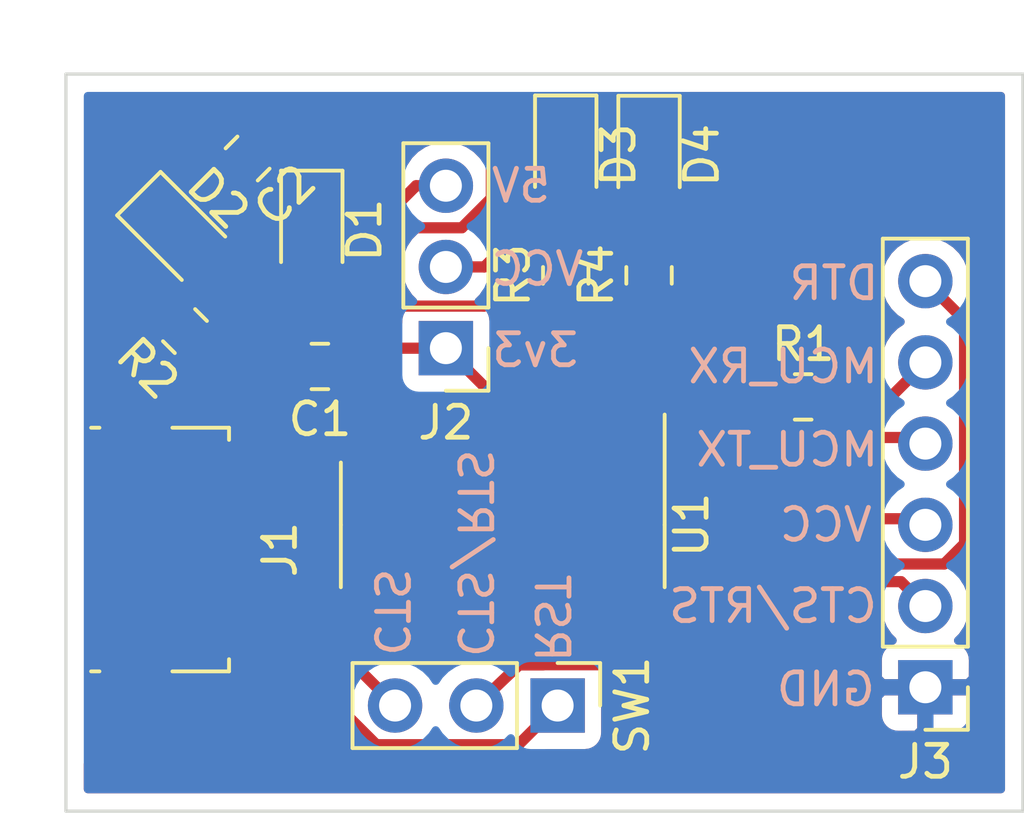
<source format=kicad_pcb>
(kicad_pcb (version 20171130) (host pcbnew "(5.1.6)-1")

  (general
    (thickness 1.6)
    (drawings 16)
    (tracks 134)
    (zones 0)
    (modules 15)
    (nets 17)
  )

  (page A4)
  (layers
    (0 F.Cu signal)
    (31 B.Cu signal)
    (32 B.Adhes user)
    (33 F.Adhes user)
    (34 B.Paste user)
    (35 F.Paste user)
    (36 B.SilkS user)
    (37 F.SilkS user)
    (38 B.Mask user)
    (39 F.Mask user)
    (40 Dwgs.User user)
    (41 Cmts.User user)
    (42 Eco1.User user)
    (43 Eco2.User user)
    (44 Edge.Cuts user)
    (45 Margin user)
    (46 B.CrtYd user)
    (47 F.CrtYd user)
    (48 B.Fab user)
    (49 F.Fab user)
  )

  (setup
    (last_trace_width 0.35)
    (trace_clearance 0.2)
    (zone_clearance 0.508)
    (zone_45_only no)
    (trace_min 0.2)
    (via_size 0.8)
    (via_drill 0.4)
    (via_min_size 0.4)
    (via_min_drill 0.3)
    (uvia_size 0.3)
    (uvia_drill 0.1)
    (uvias_allowed no)
    (uvia_min_size 0.2)
    (uvia_min_drill 0.1)
    (edge_width 0.05)
    (segment_width 0.2)
    (pcb_text_width 0.3)
    (pcb_text_size 1.5 1.5)
    (mod_edge_width 0.12)
    (mod_text_size 1 1)
    (mod_text_width 0.15)
    (pad_size 1.524 1.524)
    (pad_drill 0.762)
    (pad_to_mask_clearance 0.05)
    (aux_axis_origin 0 0)
    (visible_elements 7FFFFFFF)
    (pcbplotparams
      (layerselection 0x010fc_ffffffff)
      (usegerberextensions false)
      (usegerberattributes true)
      (usegerberadvancedattributes true)
      (creategerberjobfile true)
      (excludeedgelayer true)
      (linewidth 0.100000)
      (plotframeref false)
      (viasonmask false)
      (mode 1)
      (useauxorigin false)
      (hpglpennumber 1)
      (hpglpenspeed 20)
      (hpglpendiameter 15.000000)
      (psnegative false)
      (psa4output false)
      (plotreference true)
      (plotvalue true)
      (plotinvisibletext false)
      (padsonsilk false)
      (subtractmaskfromsilk false)
      (outputformat 1)
      (mirror false)
      (drillshape 1)
      (scaleselection 1)
      (outputdirectory ""))
  )

  (net 0 "")
  (net 1 GND)
  (net 2 /3v3)
  (net 3 /VCC)
  (net 4 /5V)
  (net 5 "Net-(D2-Pad2)")
  (net 6 "Net-(D3-Pad2)")
  (net 7 "Net-(D4-Pad2)")
  (net 8 "Net-(J1-Pad3)")
  (net 9 "Net-(J1-Pad2)")
  (net 10 /DTR)
  (net 11 "Net-(J3-Pad5)")
  (net 12 /MCU_TX)
  (net 13 "Net-(J3-Pad2)")
  (net 14 /MCU_RX)
  (net 15 /RST)
  (net 16 /CTS)

  (net_class Default "This is the default net class."
    (clearance 0.2)
    (trace_width 0.35)
    (via_dia 0.8)
    (via_drill 0.4)
    (uvia_dia 0.3)
    (uvia_drill 0.1)
    (add_net /3v3)
    (add_net /5V)
    (add_net /CTS)
    (add_net /DTR)
    (add_net /MCU_RX)
    (add_net /MCU_TX)
    (add_net /RST)
    (add_net /VCC)
    (add_net GND)
    (add_net "Net-(D2-Pad2)")
    (add_net "Net-(D3-Pad2)")
    (add_net "Net-(D4-Pad2)")
    (add_net "Net-(J1-Pad2)")
    (add_net "Net-(J1-Pad3)")
    (add_net "Net-(J3-Pad2)")
    (add_net "Net-(J3-Pad5)")
  )

  (module Connector_PinHeader_2.54mm:PinHeader_1x03_P2.54mm_Vertical (layer F.Cu) (tedit 59FED5CC) (tstamp 5EFC2F8E)
    (at 40.3225 41.91 270)
    (descr "Through hole straight pin header, 1x03, 2.54mm pitch, single row")
    (tags "Through hole pin header THT 1x03 2.54mm single row")
    (path /5F007D16)
    (fp_text reference SW1 (at 0 -2.33 90) (layer F.SilkS)
      (effects (font (size 1 1) (thickness 0.15)))
    )
    (fp_text value SW_SPDT (at 0 7.41 90) (layer F.Fab)
      (effects (font (size 1 1) (thickness 0.15)))
    )
    (fp_line (start 1.8 -1.8) (end -1.8 -1.8) (layer F.CrtYd) (width 0.05))
    (fp_line (start 1.8 6.85) (end 1.8 -1.8) (layer F.CrtYd) (width 0.05))
    (fp_line (start -1.8 6.85) (end 1.8 6.85) (layer F.CrtYd) (width 0.05))
    (fp_line (start -1.8 -1.8) (end -1.8 6.85) (layer F.CrtYd) (width 0.05))
    (fp_line (start -1.33 -1.33) (end 0 -1.33) (layer F.SilkS) (width 0.12))
    (fp_line (start -1.33 0) (end -1.33 -1.33) (layer F.SilkS) (width 0.12))
    (fp_line (start -1.33 1.27) (end 1.33 1.27) (layer F.SilkS) (width 0.12))
    (fp_line (start 1.33 1.27) (end 1.33 6.41) (layer F.SilkS) (width 0.12))
    (fp_line (start -1.33 1.27) (end -1.33 6.41) (layer F.SilkS) (width 0.12))
    (fp_line (start -1.33 6.41) (end 1.33 6.41) (layer F.SilkS) (width 0.12))
    (fp_line (start -1.27 -0.635) (end -0.635 -1.27) (layer F.Fab) (width 0.1))
    (fp_line (start -1.27 6.35) (end -1.27 -0.635) (layer F.Fab) (width 0.1))
    (fp_line (start 1.27 6.35) (end -1.27 6.35) (layer F.Fab) (width 0.1))
    (fp_line (start 1.27 -1.27) (end 1.27 6.35) (layer F.Fab) (width 0.1))
    (fp_line (start -0.635 -1.27) (end 1.27 -1.27) (layer F.Fab) (width 0.1))
    (pad 3 thru_hole oval (at 0 5.08 270) (size 1.7 1.7) (drill 1) (layers *.Cu *.Mask)
      (net 16 /CTS))
    (pad 2 thru_hole oval (at 0 2.54 270) (size 1.7 1.7) (drill 1) (layers *.Cu *.Mask)
      (net 13 "Net-(J3-Pad2)"))
    (pad 1 thru_hole rect (at 0 0 270) (size 1.7 1.7) (drill 1) (layers *.Cu *.Mask)
      (net 15 /RST))
    (model ${KISYS3DMOD}/Connector_PinHeader_2.54mm.3dshapes/PinHeader_1x03_P2.54mm_Vertical.wrl
      (at (xyz 0 0 0))
      (scale (xyz 1 1 1))
      (rotate (xyz 0 0 0))
    )
  )

  (module Connector_PinHeader_2.54mm:PinHeader_1x06_P2.54mm_Vertical (layer F.Cu) (tedit 59FED5CC) (tstamp 5EFBCB38)
    (at 51.816 41.3385 180)
    (descr "Through hole straight pin header, 1x06, 2.54mm pitch, single row")
    (tags "Through hole pin header THT 1x06 2.54mm single row")
    (path /5EFC1C87)
    (fp_text reference J3 (at 0 -2.33) (layer F.SilkS)
      (effects (font (size 1 1) (thickness 0.15)))
    )
    (fp_text value Conn_01x05_Male (at 2.286 7.112 90) (layer F.Fab)
      (effects (font (size 1 1) (thickness 0.15)))
    )
    (fp_line (start 1.8 -1.8) (end -1.8 -1.8) (layer F.CrtYd) (width 0.05))
    (fp_line (start 1.8 14.5) (end 1.8 -1.8) (layer F.CrtYd) (width 0.05))
    (fp_line (start -1.8 14.5) (end 1.8 14.5) (layer F.CrtYd) (width 0.05))
    (fp_line (start -1.8 -1.8) (end -1.8 14.5) (layer F.CrtYd) (width 0.05))
    (fp_line (start -1.33 -1.33) (end 0 -1.33) (layer F.SilkS) (width 0.12))
    (fp_line (start -1.33 0) (end -1.33 -1.33) (layer F.SilkS) (width 0.12))
    (fp_line (start -1.33 1.27) (end 1.33 1.27) (layer F.SilkS) (width 0.12))
    (fp_line (start 1.33 1.27) (end 1.33 14.03) (layer F.SilkS) (width 0.12))
    (fp_line (start -1.33 1.27) (end -1.33 14.03) (layer F.SilkS) (width 0.12))
    (fp_line (start -1.33 14.03) (end 1.33 14.03) (layer F.SilkS) (width 0.12))
    (fp_line (start -1.27 -0.635) (end -0.635 -1.27) (layer F.Fab) (width 0.1))
    (fp_line (start -1.27 13.97) (end -1.27 -0.635) (layer F.Fab) (width 0.1))
    (fp_line (start 1.27 13.97) (end -1.27 13.97) (layer F.Fab) (width 0.1))
    (fp_line (start 1.27 -1.27) (end 1.27 13.97) (layer F.Fab) (width 0.1))
    (fp_line (start -0.635 -1.27) (end 1.27 -1.27) (layer F.Fab) (width 0.1))
    (fp_text user %R (at 0 6.35 90) (layer F.Fab)
      (effects (font (size 1 1) (thickness 0.15)))
    )
    (pad 6 thru_hole oval (at 0 12.7 180) (size 1.7 1.7) (drill 1) (layers *.Cu *.Mask)
      (net 10 /DTR))
    (pad 5 thru_hole oval (at 0 10.16 180) (size 1.7 1.7) (drill 1) (layers *.Cu *.Mask)
      (net 11 "Net-(J3-Pad5)"))
    (pad 4 thru_hole oval (at 0 7.62 180) (size 1.7 1.7) (drill 1) (layers *.Cu *.Mask)
      (net 12 /MCU_TX))
    (pad 3 thru_hole oval (at 0 5.08 180) (size 1.7 1.7) (drill 1) (layers *.Cu *.Mask)
      (net 3 /VCC))
    (pad 2 thru_hole oval (at 0 2.54 180) (size 1.7 1.7) (drill 1) (layers *.Cu *.Mask)
      (net 13 "Net-(J3-Pad2)"))
    (pad 1 thru_hole rect (at 0 0 180) (size 1.7 1.7) (drill 1) (layers *.Cu *.Mask)
      (net 1 GND))
    (model ${KISYS3DMOD}/Connector_PinHeader_2.54mm.3dshapes/PinHeader_1x06_P2.54mm_Vertical.wrl
      (at (xyz 0 0 0))
      (scale (xyz 1 1 1))
      (rotate (xyz 0 0 0))
    )
  )

  (module Connector_PinHeader_2.54mm:PinHeader_1x03_P2.54mm_Vertical (layer F.Cu) (tedit 59FED5CC) (tstamp 5EFBCB1E)
    (at 36.83 30.734 180)
    (descr "Through hole straight pin header, 1x03, 2.54mm pitch, single row")
    (tags "Through hole pin header THT 1x03 2.54mm single row")
    (path /5EFB7571)
    (fp_text reference J2 (at 0 -2.33) (layer F.SilkS)
      (effects (font (size 1 1) (thickness 0.15)))
    )
    (fp_text value j1 (at 0 7.41) (layer F.Fab)
      (effects (font (size 1 1) (thickness 0.15)))
    )
    (fp_line (start 1.8 -1.8) (end -1.8 -1.8) (layer F.CrtYd) (width 0.05))
    (fp_line (start 1.8 6.85) (end 1.8 -1.8) (layer F.CrtYd) (width 0.05))
    (fp_line (start -1.8 6.85) (end 1.8 6.85) (layer F.CrtYd) (width 0.05))
    (fp_line (start -1.8 -1.8) (end -1.8 6.85) (layer F.CrtYd) (width 0.05))
    (fp_line (start -1.33 -1.33) (end 0 -1.33) (layer F.SilkS) (width 0.12))
    (fp_line (start -1.33 0) (end -1.33 -1.33) (layer F.SilkS) (width 0.12))
    (fp_line (start -1.33 1.27) (end 1.33 1.27) (layer F.SilkS) (width 0.12))
    (fp_line (start 1.33 1.27) (end 1.33 6.41) (layer F.SilkS) (width 0.12))
    (fp_line (start -1.33 1.27) (end -1.33 6.41) (layer F.SilkS) (width 0.12))
    (fp_line (start -1.33 6.41) (end 1.33 6.41) (layer F.SilkS) (width 0.12))
    (fp_line (start -1.27 -0.635) (end -0.635 -1.27) (layer F.Fab) (width 0.1))
    (fp_line (start -1.27 6.35) (end -1.27 -0.635) (layer F.Fab) (width 0.1))
    (fp_line (start 1.27 6.35) (end -1.27 6.35) (layer F.Fab) (width 0.1))
    (fp_line (start 1.27 -1.27) (end 1.27 6.35) (layer F.Fab) (width 0.1))
    (fp_line (start -0.635 -1.27) (end 1.27 -1.27) (layer F.Fab) (width 0.1))
    (fp_text user %R (at 0 2.54 90) (layer F.Fab)
      (effects (font (size 1 1) (thickness 0.15)))
    )
    (pad 3 thru_hole oval (at 0 5.08 180) (size 1.7 1.7) (drill 1) (layers *.Cu *.Mask)
      (net 4 /5V))
    (pad 2 thru_hole oval (at 0 2.54 180) (size 1.7 1.7) (drill 1) (layers *.Cu *.Mask)
      (net 3 /VCC))
    (pad 1 thru_hole rect (at 0 0 180) (size 1.7 1.7) (drill 1) (layers *.Cu *.Mask)
      (net 2 /3v3))
    (model ${KISYS3DMOD}/Connector_PinHeader_2.54mm.3dshapes/PinHeader_1x03_P2.54mm_Vertical.wrl
      (at (xyz 0 0 0))
      (scale (xyz 1 1 1))
      (rotate (xyz 0 0 0))
    )
  )

  (module Package_SO:SOIC-16_3.9x9.9mm_P1.27mm (layer F.Cu) (tedit 5D9F72B1) (tstamp 5EFBCBC8)
    (at 38.608 36.26 270)
    (descr "SOIC, 16 Pin (JEDEC MS-012AC, https://www.analog.com/media/en/package-pcb-resources/package/pkg_pdf/soic_narrow-r/r_16.pdf), generated with kicad-footprint-generator ipc_gullwing_generator.py")
    (tags "SOIC SO")
    (path /5EFC6B6E)
    (attr smd)
    (fp_text reference U1 (at 0 -5.9 90) (layer F.SilkS)
      (effects (font (size 1 1) (thickness 0.15)))
    )
    (fp_text value CH340C (at 0 5.9 90) (layer F.Fab)
      (effects (font (size 1 1) (thickness 0.15)))
    )
    (fp_line (start 3.7 -5.2) (end -3.7 -5.2) (layer F.CrtYd) (width 0.05))
    (fp_line (start 3.7 5.2) (end 3.7 -5.2) (layer F.CrtYd) (width 0.05))
    (fp_line (start -3.7 5.2) (end 3.7 5.2) (layer F.CrtYd) (width 0.05))
    (fp_line (start -3.7 -5.2) (end -3.7 5.2) (layer F.CrtYd) (width 0.05))
    (fp_line (start -1.95 -3.975) (end -0.975 -4.95) (layer F.Fab) (width 0.1))
    (fp_line (start -1.95 4.95) (end -1.95 -3.975) (layer F.Fab) (width 0.1))
    (fp_line (start 1.95 4.95) (end -1.95 4.95) (layer F.Fab) (width 0.1))
    (fp_line (start 1.95 -4.95) (end 1.95 4.95) (layer F.Fab) (width 0.1))
    (fp_line (start -0.975 -4.95) (end 1.95 -4.95) (layer F.Fab) (width 0.1))
    (fp_line (start 0 -5.06) (end -3.45 -5.06) (layer F.SilkS) (width 0.12))
    (fp_line (start 0 -5.06) (end 1.95 -5.06) (layer F.SilkS) (width 0.12))
    (fp_line (start 0 5.06) (end -1.95 5.06) (layer F.SilkS) (width 0.12))
    (fp_line (start 0 5.06) (end 1.95 5.06) (layer F.SilkS) (width 0.12))
    (fp_text user %R (at 0 0 90) (layer F.Fab)
      (effects (font (size 0.98 0.98) (thickness 0.15)))
    )
    (pad 16 smd roundrect (at 2.475 -4.445 270) (size 1.95 0.6) (layers F.Cu F.Paste F.Mask) (roundrect_rratio 0.25)
      (net 3 /VCC))
    (pad 15 smd roundrect (at 2.475 -3.175 270) (size 1.95 0.6) (layers F.Cu F.Paste F.Mask) (roundrect_rratio 0.25))
    (pad 14 smd roundrect (at 2.475 -1.905 270) (size 1.95 0.6) (layers F.Cu F.Paste F.Mask) (roundrect_rratio 0.25)
      (net 15 /RST))
    (pad 13 smd roundrect (at 2.475 -0.635 270) (size 1.95 0.6) (layers F.Cu F.Paste F.Mask) (roundrect_rratio 0.25)
      (net 10 /DTR))
    (pad 12 smd roundrect (at 2.475 0.635 270) (size 1.95 0.6) (layers F.Cu F.Paste F.Mask) (roundrect_rratio 0.25))
    (pad 11 smd roundrect (at 2.475 1.905 270) (size 1.95 0.6) (layers F.Cu F.Paste F.Mask) (roundrect_rratio 0.25))
    (pad 10 smd roundrect (at 2.475 3.175 270) (size 1.95 0.6) (layers F.Cu F.Paste F.Mask) (roundrect_rratio 0.25))
    (pad 9 smd roundrect (at 2.475 4.445 270) (size 1.95 0.6) (layers F.Cu F.Paste F.Mask) (roundrect_rratio 0.25)
      (net 16 /CTS))
    (pad 8 smd roundrect (at -2.475 4.445 270) (size 1.95 0.6) (layers F.Cu F.Paste F.Mask) (roundrect_rratio 0.25))
    (pad 7 smd roundrect (at -2.475 3.175 270) (size 1.95 0.6) (layers F.Cu F.Paste F.Mask) (roundrect_rratio 0.25))
    (pad 6 smd roundrect (at -2.475 1.905 270) (size 1.95 0.6) (layers F.Cu F.Paste F.Mask) (roundrect_rratio 0.25)
      (net 9 "Net-(J1-Pad2)"))
    (pad 5 smd roundrect (at -2.475 0.635 270) (size 1.95 0.6) (layers F.Cu F.Paste F.Mask) (roundrect_rratio 0.25)
      (net 8 "Net-(J1-Pad3)"))
    (pad 4 smd roundrect (at -2.475 -0.635 270) (size 1.95 0.6) (layers F.Cu F.Paste F.Mask) (roundrect_rratio 0.25)
      (net 2 /3v3))
    (pad 3 smd roundrect (at -2.475 -1.905 270) (size 1.95 0.6) (layers F.Cu F.Paste F.Mask) (roundrect_rratio 0.25)
      (net 12 /MCU_TX))
    (pad 2 smd roundrect (at -2.475 -3.175 270) (size 1.95 0.6) (layers F.Cu F.Paste F.Mask) (roundrect_rratio 0.25)
      (net 14 /MCU_RX))
    (pad 1 smd roundrect (at -2.475 -4.445 270) (size 1.95 0.6) (layers F.Cu F.Paste F.Mask) (roundrect_rratio 0.25)
      (net 1 GND))
    (model ${KISYS3DMOD}/Package_SO.3dshapes/SOIC-16_3.9x9.9mm_P1.27mm.wrl
      (at (xyz 0 0 0))
      (scale (xyz 1 1 1))
      (rotate (xyz 0 0 0))
    )
  )

  (module Resistor_SMD:R_0805_2012Metric_Pad1.15x1.40mm_HandSolder (layer F.Cu) (tedit 5B36C52B) (tstamp 5EFBCB7C)
    (at 43.18 28.456999 90)
    (descr "Resistor SMD 0805 (2012 Metric), square (rectangular) end terminal, IPC_7351 nominal with elongated pad for handsoldering. (Body size source: https://docs.google.com/spreadsheets/d/1BsfQQcO9C6DZCsRaXUlFlo91Tg2WpOkGARC1WS5S8t0/edit?usp=sharing), generated with kicad-footprint-generator")
    (tags "resistor handsolder")
    (path /5EFC8EFF)
    (attr smd)
    (fp_text reference R4 (at 0 -1.65 90) (layer F.SilkS)
      (effects (font (size 1 1) (thickness 0.15)))
    )
    (fp_text value 1k (at 0 1.65 90) (layer F.Fab)
      (effects (font (size 1 1) (thickness 0.15)))
    )
    (fp_line (start 1.85 0.95) (end -1.85 0.95) (layer F.CrtYd) (width 0.05))
    (fp_line (start 1.85 -0.95) (end 1.85 0.95) (layer F.CrtYd) (width 0.05))
    (fp_line (start -1.85 -0.95) (end 1.85 -0.95) (layer F.CrtYd) (width 0.05))
    (fp_line (start -1.85 0.95) (end -1.85 -0.95) (layer F.CrtYd) (width 0.05))
    (fp_line (start -0.261252 0.71) (end 0.261252 0.71) (layer F.SilkS) (width 0.12))
    (fp_line (start -0.261252 -0.71) (end 0.261252 -0.71) (layer F.SilkS) (width 0.12))
    (fp_line (start 1 0.6) (end -1 0.6) (layer F.Fab) (width 0.1))
    (fp_line (start 1 -0.6) (end 1 0.6) (layer F.Fab) (width 0.1))
    (fp_line (start -1 -0.6) (end 1 -0.6) (layer F.Fab) (width 0.1))
    (fp_line (start -1 0.6) (end -1 -0.6) (layer F.Fab) (width 0.1))
    (fp_text user %R (at 0 0 90) (layer F.Fab)
      (effects (font (size 0.5 0.5) (thickness 0.08)))
    )
    (pad 2 smd roundrect (at 1.025 0 90) (size 1.15 1.4) (layers F.Cu F.Paste F.Mask) (roundrect_rratio 0.217391)
      (net 7 "Net-(D4-Pad2)"))
    (pad 1 smd roundrect (at -1.025 0 90) (size 1.15 1.4) (layers F.Cu F.Paste F.Mask) (roundrect_rratio 0.217391)
      (net 14 /MCU_RX))
    (model ${KISYS3DMOD}/Resistor_SMD.3dshapes/R_0805_2012Metric.wrl
      (at (xyz 0 0 0))
      (scale (xyz 1 1 1))
      (rotate (xyz 0 0 0))
    )
  )

  (module Resistor_SMD:R_0805_2012Metric_Pad1.15x1.40mm_HandSolder (layer F.Cu) (tedit 5B36C52B) (tstamp 5EFBCB6B)
    (at 40.5765 28.457 90)
    (descr "Resistor SMD 0805 (2012 Metric), square (rectangular) end terminal, IPC_7351 nominal with elongated pad for handsoldering. (Body size source: https://docs.google.com/spreadsheets/d/1BsfQQcO9C6DZCsRaXUlFlo91Tg2WpOkGARC1WS5S8t0/edit?usp=sharing), generated with kicad-footprint-generator")
    (tags "resistor handsolder")
    (path /5EFC8B47)
    (attr smd)
    (fp_text reference R3 (at 0 -1.65 90) (layer F.SilkS)
      (effects (font (size 1 1) (thickness 0.15)))
    )
    (fp_text value 1k (at 0 1.65 90) (layer F.Fab)
      (effects (font (size 1 1) (thickness 0.15)))
    )
    (fp_line (start 1.85 0.95) (end -1.85 0.95) (layer F.CrtYd) (width 0.05))
    (fp_line (start 1.85 -0.95) (end 1.85 0.95) (layer F.CrtYd) (width 0.05))
    (fp_line (start -1.85 -0.95) (end 1.85 -0.95) (layer F.CrtYd) (width 0.05))
    (fp_line (start -1.85 0.95) (end -1.85 -0.95) (layer F.CrtYd) (width 0.05))
    (fp_line (start -0.261252 0.71) (end 0.261252 0.71) (layer F.SilkS) (width 0.12))
    (fp_line (start -0.261252 -0.71) (end 0.261252 -0.71) (layer F.SilkS) (width 0.12))
    (fp_line (start 1 0.6) (end -1 0.6) (layer F.Fab) (width 0.1))
    (fp_line (start 1 -0.6) (end 1 0.6) (layer F.Fab) (width 0.1))
    (fp_line (start -1 -0.6) (end 1 -0.6) (layer F.Fab) (width 0.1))
    (fp_line (start -1 0.6) (end -1 -0.6) (layer F.Fab) (width 0.1))
    (fp_text user %R (at 0 0 90) (layer F.Fab)
      (effects (font (size 0.5 0.5) (thickness 0.08)))
    )
    (pad 2 smd roundrect (at 1.025 0 90) (size 1.15 1.4) (layers F.Cu F.Paste F.Mask) (roundrect_rratio 0.217391)
      (net 6 "Net-(D3-Pad2)"))
    (pad 1 smd roundrect (at -1.025 0 90) (size 1.15 1.4) (layers F.Cu F.Paste F.Mask) (roundrect_rratio 0.217391)
      (net 12 /MCU_TX))
    (model ${KISYS3DMOD}/Resistor_SMD.3dshapes/R_0805_2012Metric.wrl
      (at (xyz 0 0 0))
      (scale (xyz 1 1 1))
      (rotate (xyz 0 0 0))
    )
  )

  (module Resistor_SMD:R_0805_2012Metric_Pad1.15x1.40mm_HandSolder (layer F.Cu) (tedit 5B36C52B) (tstamp 5EFBCB5A)
    (at 28.675716 30.199716 135)
    (descr "Resistor SMD 0805 (2012 Metric), square (rectangular) end terminal, IPC_7351 nominal with elongated pad for handsoldering. (Body size source: https://docs.google.com/spreadsheets/d/1BsfQQcO9C6DZCsRaXUlFlo91Tg2WpOkGARC1WS5S8t0/edit?usp=sharing), generated with kicad-footprint-generator")
    (tags "resistor handsolder")
    (path /5EFC7B34)
    (attr smd)
    (fp_text reference R2 (at 0 -1.65 135) (layer F.SilkS)
      (effects (font (size 1 1) (thickness 0.15)))
    )
    (fp_text value 1k (at 0 1.65 135) (layer F.Fab)
      (effects (font (size 1 1) (thickness 0.15)))
    )
    (fp_line (start 1.85 0.95) (end -1.85 0.95) (layer F.CrtYd) (width 0.05))
    (fp_line (start 1.85 -0.95) (end 1.85 0.95) (layer F.CrtYd) (width 0.05))
    (fp_line (start -1.85 -0.95) (end 1.85 -0.95) (layer F.CrtYd) (width 0.05))
    (fp_line (start -1.85 0.95) (end -1.85 -0.95) (layer F.CrtYd) (width 0.05))
    (fp_line (start -0.261252 0.71) (end 0.261252 0.71) (layer F.SilkS) (width 0.12))
    (fp_line (start -0.261252 -0.71) (end 0.261252 -0.71) (layer F.SilkS) (width 0.12))
    (fp_line (start 1 0.6) (end -1 0.6) (layer F.Fab) (width 0.1))
    (fp_line (start 1 -0.6) (end 1 0.6) (layer F.Fab) (width 0.1))
    (fp_line (start -1 -0.6) (end 1 -0.6) (layer F.Fab) (width 0.1))
    (fp_line (start -1 0.6) (end -1 -0.6) (layer F.Fab) (width 0.1))
    (fp_text user %R (at 0 0 135) (layer F.Fab)
      (effects (font (size 0.5 0.5) (thickness 0.08)))
    )
    (pad 2 smd roundrect (at 1.025 0 135) (size 1.15 1.4) (layers F.Cu F.Paste F.Mask) (roundrect_rratio 0.217391)
      (net 5 "Net-(D2-Pad2)"))
    (pad 1 smd roundrect (at -1.025 0 135) (size 1.15 1.4) (layers F.Cu F.Paste F.Mask) (roundrect_rratio 0.217391)
      (net 4 /5V))
    (model ${KISYS3DMOD}/Resistor_SMD.3dshapes/R_0805_2012Metric.wrl
      (at (xyz 0 0 0))
      (scale (xyz 1 1 1))
      (rotate (xyz 0 0 0))
    )
  )

  (module Resistor_SMD:R_0805_2012Metric_Pad1.15x1.40mm_HandSolder (layer F.Cu) (tedit 5B36C52B) (tstamp 5EFBCB49)
    (at 47.997 32.258)
    (descr "Resistor SMD 0805 (2012 Metric), square (rectangular) end terminal, IPC_7351 nominal with elongated pad for handsoldering. (Body size source: https://docs.google.com/spreadsheets/d/1BsfQQcO9C6DZCsRaXUlFlo91Tg2WpOkGARC1WS5S8t0/edit?usp=sharing), generated with kicad-footprint-generator")
    (tags "resistor handsolder")
    (path /5EFC3408)
    (attr smd)
    (fp_text reference R1 (at 0 -1.65) (layer F.SilkS)
      (effects (font (size 1 1) (thickness 0.15)))
    )
    (fp_text value 1k (at 0 1.65) (layer F.Fab)
      (effects (font (size 1 1) (thickness 0.15)))
    )
    (fp_line (start 1.85 0.95) (end -1.85 0.95) (layer F.CrtYd) (width 0.05))
    (fp_line (start 1.85 -0.95) (end 1.85 0.95) (layer F.CrtYd) (width 0.05))
    (fp_line (start -1.85 -0.95) (end 1.85 -0.95) (layer F.CrtYd) (width 0.05))
    (fp_line (start -1.85 0.95) (end -1.85 -0.95) (layer F.CrtYd) (width 0.05))
    (fp_line (start -0.261252 0.71) (end 0.261252 0.71) (layer F.SilkS) (width 0.12))
    (fp_line (start -0.261252 -0.71) (end 0.261252 -0.71) (layer F.SilkS) (width 0.12))
    (fp_line (start 1 0.6) (end -1 0.6) (layer F.Fab) (width 0.1))
    (fp_line (start 1 -0.6) (end 1 0.6) (layer F.Fab) (width 0.1))
    (fp_line (start -1 -0.6) (end 1 -0.6) (layer F.Fab) (width 0.1))
    (fp_line (start -1 0.6) (end -1 -0.6) (layer F.Fab) (width 0.1))
    (fp_text user %R (at 0 0) (layer F.Fab)
      (effects (font (size 0.5 0.5) (thickness 0.08)))
    )
    (pad 2 smd roundrect (at 1.025 0) (size 1.15 1.4) (layers F.Cu F.Paste F.Mask) (roundrect_rratio 0.217391)
      (net 11 "Net-(J3-Pad5)"))
    (pad 1 smd roundrect (at -1.025 0) (size 1.15 1.4) (layers F.Cu F.Paste F.Mask) (roundrect_rratio 0.217391)
      (net 14 /MCU_RX))
    (model ${KISYS3DMOD}/Resistor_SMD.3dshapes/R_0805_2012Metric.wrl
      (at (xyz 0 0 0))
      (scale (xyz 1 1 1))
      (rotate (xyz 0 0 0))
    )
  )

  (module Connector_USB:USB_Micro-B_Molex_47346-0001 (layer F.Cu) (tedit 5D8620A7) (tstamp 5EFBCB0A)
    (at 28.343 37.0315 270)
    (descr "Micro USB B receptable with flange, bottom-mount, SMD, right-angle (http://www.molex.com/pdm_docs/sd/473460001_sd.pdf)")
    (tags "Micro B USB SMD")
    (path /5EFC6203)
    (attr smd)
    (fp_text reference J1 (at 0 -3.3 270) (layer F.SilkS)
      (effects (font (size 1 1) (thickness 0.15)))
    )
    (fp_text value USB_B_Micro (at 0 4.6 270) (layer F.Fab)
      (effects (font (size 1 1) (thickness 0.15)))
    )
    (fp_line (start -3.25 2.65) (end 3.25 2.65) (layer F.Fab) (width 0.1))
    (fp_line (start -3.81 2.6) (end -3.81 2.34) (layer F.SilkS) (width 0.12))
    (fp_line (start -3.81 0.06) (end -3.81 -1.71) (layer F.SilkS) (width 0.12))
    (fp_line (start -3.81 -1.71) (end -3.43 -1.71) (layer F.SilkS) (width 0.12))
    (fp_line (start 3.81 -1.71) (end 3.81 0.06) (layer F.SilkS) (width 0.12))
    (fp_line (start 3.81 2.34) (end 3.81 2.6) (layer F.SilkS) (width 0.12))
    (fp_line (start -3.75 3.35) (end -3.75 -1.65) (layer F.Fab) (width 0.1))
    (fp_line (start -3.75 -1.65) (end 3.75 -1.65) (layer F.Fab) (width 0.1))
    (fp_line (start 3.75 -1.65) (end 3.75 3.35) (layer F.Fab) (width 0.1))
    (fp_line (start 3.75 3.35) (end -3.75 3.35) (layer F.Fab) (width 0.1))
    (fp_line (start -4.7 3.85) (end -4.7 -2.65) (layer F.CrtYd) (width 0.05))
    (fp_line (start -4.7 -2.65) (end 4.7 -2.65) (layer F.CrtYd) (width 0.05))
    (fp_line (start 4.7 -2.65) (end 4.7 3.85) (layer F.CrtYd) (width 0.05))
    (fp_line (start 4.7 3.85) (end -4.7 3.85) (layer F.CrtYd) (width 0.05))
    (fp_line (start 3.81 -1.71) (end 3.43 -1.71) (layer F.SilkS) (width 0.12))
    (fp_text user %R (at 0 1.2 90) (layer F.Fab)
      (effects (font (size 1 1) (thickness 0.15)))
    )
    (fp_text user "PCB Edge" (at 0 2.67 270) (layer Dwgs.User)
      (effects (font (size 0.4 0.4) (thickness 0.04)))
    )
    (pad 6 smd rect (at 1.55 1.2 270) (size 1 1.9) (layers F.Cu F.Paste F.Mask)
      (net 1 GND))
    (pad 6 smd rect (at -1.15 1.2 270) (size 1.8 1.9) (layers F.Cu F.Paste F.Mask)
      (net 1 GND))
    (pad 6 smd rect (at 3.375 1.2 270) (size 1.65 1.3) (layers F.Cu F.Paste F.Mask)
      (net 1 GND))
    (pad 6 smd rect (at -3.375 1.2 270) (size 1.65 1.3) (layers F.Cu F.Paste F.Mask)
      (net 1 GND))
    (pad 6 smd rect (at 2.4875 -1.375 270) (size 1.425 1.55) (layers F.Cu F.Paste F.Mask)
      (net 1 GND))
    (pad 6 smd rect (at -2.4875 -1.375 270) (size 1.425 1.55) (layers F.Cu F.Paste F.Mask)
      (net 1 GND))
    (pad 5 smd rect (at 1.3 -1.46 270) (size 0.45 1.38) (layers F.Cu F.Paste F.Mask)
      (net 1 GND))
    (pad 4 smd rect (at 0.65 -1.46 270) (size 0.45 1.38) (layers F.Cu F.Paste F.Mask))
    (pad 3 smd rect (at 0 -1.46 270) (size 0.45 1.38) (layers F.Cu F.Paste F.Mask)
      (net 8 "Net-(J1-Pad3)"))
    (pad 2 smd rect (at -0.65 -1.46 270) (size 0.45 1.38) (layers F.Cu F.Paste F.Mask)
      (net 9 "Net-(J1-Pad2)"))
    (pad 1 smd rect (at -1.3 -1.46 270) (size 0.45 1.38) (layers F.Cu F.Paste F.Mask)
      (net 4 /5V))
    (model ${KISYS3DMOD}/Connector_USB.3dshapes/USB_Micro-B_Molex_47346-0001.wrl
      (at (xyz 0 0 0))
      (scale (xyz 1 1 1))
      (rotate (xyz 0 0 0))
    )
  )

  (module LED_SMD:LED_0805_2012Metric_Pad1.15x1.40mm_HandSolder (layer F.Cu) (tedit 5B4B45C9) (tstamp 5EFBCAEA)
    (at 43.18 24.7015 270)
    (descr "LED SMD 0805 (2012 Metric), square (rectangular) end terminal, IPC_7351 nominal, (Body size source: https://docs.google.com/spreadsheets/d/1BsfQQcO9C6DZCsRaXUlFlo91Tg2WpOkGARC1WS5S8t0/edit?usp=sharing), generated with kicad-footprint-generator")
    (tags "LED handsolder")
    (path /5EFCB944)
    (attr smd)
    (fp_text reference D4 (at 0 -1.65 90) (layer F.SilkS)
      (effects (font (size 1 1) (thickness 0.15)))
    )
    (fp_text value LED_RX (at 0 1.65 90) (layer F.Fab)
      (effects (font (size 1 1) (thickness 0.15)))
    )
    (fp_line (start 1.85 0.95) (end -1.85 0.95) (layer F.CrtYd) (width 0.05))
    (fp_line (start 1.85 -0.95) (end 1.85 0.95) (layer F.CrtYd) (width 0.05))
    (fp_line (start -1.85 -0.95) (end 1.85 -0.95) (layer F.CrtYd) (width 0.05))
    (fp_line (start -1.85 0.95) (end -1.85 -0.95) (layer F.CrtYd) (width 0.05))
    (fp_line (start -1.86 0.96) (end 1 0.96) (layer F.SilkS) (width 0.12))
    (fp_line (start -1.86 -0.96) (end -1.86 0.96) (layer F.SilkS) (width 0.12))
    (fp_line (start 1 -0.96) (end -1.86 -0.96) (layer F.SilkS) (width 0.12))
    (fp_line (start 1 0.6) (end 1 -0.6) (layer F.Fab) (width 0.1))
    (fp_line (start -1 0.6) (end 1 0.6) (layer F.Fab) (width 0.1))
    (fp_line (start -1 -0.3) (end -1 0.6) (layer F.Fab) (width 0.1))
    (fp_line (start -0.7 -0.6) (end -1 -0.3) (layer F.Fab) (width 0.1))
    (fp_line (start 1 -0.6) (end -0.7 -0.6) (layer F.Fab) (width 0.1))
    (fp_text user %R (at 0 0 90) (layer F.Fab)
      (effects (font (size 0.5 0.5) (thickness 0.08)))
    )
    (pad 2 smd roundrect (at 1.025 0 270) (size 1.15 1.4) (layers F.Cu F.Paste F.Mask) (roundrect_rratio 0.217391)
      (net 7 "Net-(D4-Pad2)"))
    (pad 1 smd roundrect (at -1.025 0 270) (size 1.15 1.4) (layers F.Cu F.Paste F.Mask) (roundrect_rratio 0.217391)
      (net 1 GND))
    (model ${KISYS3DMOD}/LED_SMD.3dshapes/LED_0805_2012Metric.wrl
      (at (xyz 0 0 0))
      (scale (xyz 1 1 1))
      (rotate (xyz 0 0 0))
    )
  )

  (module LED_SMD:LED_0805_2012Metric_Pad1.15x1.40mm_HandSolder (layer F.Cu) (tedit 5B4B45C9) (tstamp 5EFBCAD7)
    (at 40.5765 24.692501 270)
    (descr "LED SMD 0805 (2012 Metric), square (rectangular) end terminal, IPC_7351 nominal, (Body size source: https://docs.google.com/spreadsheets/d/1BsfQQcO9C6DZCsRaXUlFlo91Tg2WpOkGARC1WS5S8t0/edit?usp=sharing), generated with kicad-footprint-generator")
    (tags "LED handsolder")
    (path /5EFCB305)
    (attr smd)
    (fp_text reference D3 (at 0 -1.65 90) (layer F.SilkS)
      (effects (font (size 1 1) (thickness 0.15)))
    )
    (fp_text value LED_TX (at 0 1.65 90) (layer F.Fab)
      (effects (font (size 1 1) (thickness 0.15)))
    )
    (fp_line (start 1.85 0.95) (end -1.85 0.95) (layer F.CrtYd) (width 0.05))
    (fp_line (start 1.85 -0.95) (end 1.85 0.95) (layer F.CrtYd) (width 0.05))
    (fp_line (start -1.85 -0.95) (end 1.85 -0.95) (layer F.CrtYd) (width 0.05))
    (fp_line (start -1.85 0.95) (end -1.85 -0.95) (layer F.CrtYd) (width 0.05))
    (fp_line (start -1.86 0.96) (end 1 0.96) (layer F.SilkS) (width 0.12))
    (fp_line (start -1.86 -0.96) (end -1.86 0.96) (layer F.SilkS) (width 0.12))
    (fp_line (start 1 -0.96) (end -1.86 -0.96) (layer F.SilkS) (width 0.12))
    (fp_line (start 1 0.6) (end 1 -0.6) (layer F.Fab) (width 0.1))
    (fp_line (start -1 0.6) (end 1 0.6) (layer F.Fab) (width 0.1))
    (fp_line (start -1 -0.3) (end -1 0.6) (layer F.Fab) (width 0.1))
    (fp_line (start -0.7 -0.6) (end -1 -0.3) (layer F.Fab) (width 0.1))
    (fp_line (start 1 -0.6) (end -0.7 -0.6) (layer F.Fab) (width 0.1))
    (fp_text user %R (at 0 0 90) (layer F.Fab)
      (effects (font (size 0.5 0.5) (thickness 0.08)))
    )
    (pad 2 smd roundrect (at 1.025 0 270) (size 1.15 1.4) (layers F.Cu F.Paste F.Mask) (roundrect_rratio 0.217391)
      (net 6 "Net-(D3-Pad2)"))
    (pad 1 smd roundrect (at -1.025 0 270) (size 1.15 1.4) (layers F.Cu F.Paste F.Mask) (roundrect_rratio 0.217391)
      (net 1 GND))
    (model ${KISYS3DMOD}/LED_SMD.3dshapes/LED_0805_2012Metric.wrl
      (at (xyz 0 0 0))
      (scale (xyz 1 1 1))
      (rotate (xyz 0 0 0))
    )
  )

  (module LED_SMD:LED_0805_2012Metric_Pad1.15x1.40mm_HandSolder (layer F.Cu) (tedit 5B4B45C9) (tstamp 5EFBDB44)
    (at 28.548716 27.215216 315)
    (descr "LED SMD 0805 (2012 Metric), square (rectangular) end terminal, IPC_7351 nominal, (Body size source: https://docs.google.com/spreadsheets/d/1BsfQQcO9C6DZCsRaXUlFlo91Tg2WpOkGARC1WS5S8t0/edit?usp=sharing), generated with kicad-footprint-generator")
    (tags "LED handsolder")
    (path /5EFC9DFE)
    (attr smd)
    (fp_text reference D2 (at 0 -1.65 135) (layer F.SilkS)
      (effects (font (size 1 1) (thickness 0.15)))
    )
    (fp_text value LED_POW (at 0 1.65 135) (layer F.Fab)
      (effects (font (size 1 1) (thickness 0.15)))
    )
    (fp_line (start 1.85 0.95) (end -1.85 0.95) (layer F.CrtYd) (width 0.05))
    (fp_line (start 1.85 -0.95) (end 1.85 0.95) (layer F.CrtYd) (width 0.05))
    (fp_line (start -1.85 -0.95) (end 1.85 -0.95) (layer F.CrtYd) (width 0.05))
    (fp_line (start -1.85 0.95) (end -1.85 -0.95) (layer F.CrtYd) (width 0.05))
    (fp_line (start -1.86 0.96) (end 1 0.96) (layer F.SilkS) (width 0.12))
    (fp_line (start -1.86 -0.96) (end -1.86 0.96) (layer F.SilkS) (width 0.12))
    (fp_line (start 1 -0.96) (end -1.86 -0.96) (layer F.SilkS) (width 0.12))
    (fp_line (start 1 0.6) (end 1 -0.6) (layer F.Fab) (width 0.1))
    (fp_line (start -1 0.6) (end 1 0.6) (layer F.Fab) (width 0.1))
    (fp_line (start -1 -0.3) (end -1 0.6) (layer F.Fab) (width 0.1))
    (fp_line (start -0.7 -0.6) (end -1 -0.3) (layer F.Fab) (width 0.1))
    (fp_line (start 1 -0.6) (end -0.7 -0.6) (layer F.Fab) (width 0.1))
    (fp_text user %R (at 0 0 135) (layer F.Fab)
      (effects (font (size 0.5 0.5) (thickness 0.08)))
    )
    (pad 2 smd roundrect (at 1.025 0 315) (size 1.15 1.4) (layers F.Cu F.Paste F.Mask) (roundrect_rratio 0.217391)
      (net 5 "Net-(D2-Pad2)"))
    (pad 1 smd roundrect (at -1.025 0 315) (size 1.15 1.4) (layers F.Cu F.Paste F.Mask) (roundrect_rratio 0.217391)
      (net 1 GND))
    (model ${KISYS3DMOD}/LED_SMD.3dshapes/LED_0805_2012Metric.wrl
      (at (xyz 0 0 0))
      (scale (xyz 1 1 1))
      (rotate (xyz 0 0 0))
    )
  )

  (module Diode_SMD:D_0805_2012Metric_Pad1.15x1.40mm_HandSolder (layer F.Cu) (tedit 5B4B45C8) (tstamp 5EFBCAB1)
    (at 32.639 27.042001 270)
    (descr "Diode SMD 0805 (2012 Metric), square (rectangular) end terminal, IPC_7351 nominal, (Body size source: https://docs.google.com/spreadsheets/d/1BsfQQcO9C6DZCsRaXUlFlo91Tg2WpOkGARC1WS5S8t0/edit?usp=sharing), generated with kicad-footprint-generator")
    (tags "diode handsolder")
    (path /5EFCCF4A)
    (attr smd)
    (fp_text reference D1 (at 0 -1.65 90) (layer F.SilkS)
      (effects (font (size 1 1) (thickness 0.15)))
    )
    (fp_text value D_Zener_Small_ALT (at 0 1.65 90) (layer F.Fab)
      (effects (font (size 1 1) (thickness 0.15)))
    )
    (fp_line (start 1 -0.6) (end -0.7 -0.6) (layer F.Fab) (width 0.1))
    (fp_line (start -0.7 -0.6) (end -1 -0.3) (layer F.Fab) (width 0.1))
    (fp_line (start -1 -0.3) (end -1 0.6) (layer F.Fab) (width 0.1))
    (fp_line (start -1 0.6) (end 1 0.6) (layer F.Fab) (width 0.1))
    (fp_line (start 1 0.6) (end 1 -0.6) (layer F.Fab) (width 0.1))
    (fp_line (start 1 -0.96) (end -1.86 -0.96) (layer F.SilkS) (width 0.12))
    (fp_line (start -1.86 -0.96) (end -1.86 0.96) (layer F.SilkS) (width 0.12))
    (fp_line (start -1.86 0.96) (end 1 0.96) (layer F.SilkS) (width 0.12))
    (fp_line (start -1.85 0.95) (end -1.85 -0.95) (layer F.CrtYd) (width 0.05))
    (fp_line (start -1.85 -0.95) (end 1.85 -0.95) (layer F.CrtYd) (width 0.05))
    (fp_line (start 1.85 -0.95) (end 1.85 0.95) (layer F.CrtYd) (width 0.05))
    (fp_line (start 1.85 0.95) (end -1.85 0.95) (layer F.CrtYd) (width 0.05))
    (fp_text user %R (at 0 0 90) (layer F.Fab)
      (effects (font (size 0.5 0.5) (thickness 0.08)))
    )
    (pad 1 smd roundrect (at -1.025 0 270) (size 1.15 1.4) (layers F.Cu F.Paste F.Mask) (roundrect_rratio 0.217391)
      (net 3 /VCC))
    (pad 2 smd roundrect (at 1.025 0 270) (size 1.15 1.4) (layers F.Cu F.Paste F.Mask) (roundrect_rratio 0.217391)
      (net 4 /5V))
    (model ${KISYS3DMOD}/Diode_SMD.3dshapes/D_0805_2012Metric.wrl
      (at (xyz 0 0 0))
      (scale (xyz 1 1 1))
      (rotate (xyz 0 0 0))
    )
  )

  (module Capacitor_SMD:C_0805_2012Metric_Pad1.15x1.40mm_HandSolder (layer F.Cu) (tedit 5B36C52B) (tstamp 5EFBCA9E)
    (at 30.633284 24.802216 225)
    (descr "Capacitor SMD 0805 (2012 Metric), square (rectangular) end terminal, IPC_7351 nominal with elongated pad for handsoldering. (Body size source: https://docs.google.com/spreadsheets/d/1BsfQQcO9C6DZCsRaXUlFlo91Tg2WpOkGARC1WS5S8t0/edit?usp=sharing), generated with kicad-footprint-generator")
    (tags "capacitor handsolder")
    (path /5EFBEBBE)
    (attr smd)
    (fp_text reference C2 (at 0 -1.65 45) (layer F.SilkS)
      (effects (font (size 1 1) (thickness 0.15)))
    )
    (fp_text value 0.1uf (at 0 1.65 45) (layer F.Fab)
      (effects (font (size 1 1) (thickness 0.15)))
    )
    (fp_line (start 1.85 0.95) (end -1.85 0.95) (layer F.CrtYd) (width 0.05))
    (fp_line (start 1.85 -0.95) (end 1.85 0.95) (layer F.CrtYd) (width 0.05))
    (fp_line (start -1.85 -0.95) (end 1.85 -0.95) (layer F.CrtYd) (width 0.05))
    (fp_line (start -1.85 0.95) (end -1.85 -0.95) (layer F.CrtYd) (width 0.05))
    (fp_line (start -0.261252 0.71) (end 0.261252 0.71) (layer F.SilkS) (width 0.12))
    (fp_line (start -0.261252 -0.71) (end 0.261252 -0.71) (layer F.SilkS) (width 0.12))
    (fp_line (start 1 0.6) (end -1 0.6) (layer F.Fab) (width 0.1))
    (fp_line (start 1 -0.6) (end 1 0.6) (layer F.Fab) (width 0.1))
    (fp_line (start -1 -0.6) (end 1 -0.6) (layer F.Fab) (width 0.1))
    (fp_line (start -1 0.6) (end -1 -0.6) (layer F.Fab) (width 0.1))
    (fp_text user %R (at 0 0 45) (layer F.Fab)
      (effects (font (size 0.5 0.5) (thickness 0.08)))
    )
    (pad 2 smd roundrect (at 1.025 0 225) (size 1.15 1.4) (layers F.Cu F.Paste F.Mask) (roundrect_rratio 0.217391)
      (net 1 GND))
    (pad 1 smd roundrect (at -1.025 0 225) (size 1.15 1.4) (layers F.Cu F.Paste F.Mask) (roundrect_rratio 0.217391)
      (net 3 /VCC))
    (model ${KISYS3DMOD}/Capacitor_SMD.3dshapes/C_0805_2012Metric.wrl
      (at (xyz 0 0 0))
      (scale (xyz 1 1 1))
      (rotate (xyz 0 0 0))
    )
  )

  (module Capacitor_SMD:C_0805_2012Metric_Pad1.15x1.40mm_HandSolder (layer F.Cu) (tedit 5B36C52B) (tstamp 5EFC587F)
    (at 32.893 31.3055 180)
    (descr "Capacitor SMD 0805 (2012 Metric), square (rectangular) end terminal, IPC_7351 nominal with elongated pad for handsoldering. (Body size source: https://docs.google.com/spreadsheets/d/1BsfQQcO9C6DZCsRaXUlFlo91Tg2WpOkGARC1WS5S8t0/edit?usp=sharing), generated with kicad-footprint-generator")
    (tags "capacitor handsolder")
    (path /5EFC7398)
    (attr smd)
    (fp_text reference C1 (at 0 -1.65) (layer F.SilkS)
      (effects (font (size 1 1) (thickness 0.15)))
    )
    (fp_text value 10nf (at 0 1.65) (layer F.Fab)
      (effects (font (size 1 1) (thickness 0.15)))
    )
    (fp_line (start 1.85 0.95) (end -1.85 0.95) (layer F.CrtYd) (width 0.05))
    (fp_line (start 1.85 -0.95) (end 1.85 0.95) (layer F.CrtYd) (width 0.05))
    (fp_line (start -1.85 -0.95) (end 1.85 -0.95) (layer F.CrtYd) (width 0.05))
    (fp_line (start -1.85 0.95) (end -1.85 -0.95) (layer F.CrtYd) (width 0.05))
    (fp_line (start -0.261252 0.71) (end 0.261252 0.71) (layer F.SilkS) (width 0.12))
    (fp_line (start -0.261252 -0.71) (end 0.261252 -0.71) (layer F.SilkS) (width 0.12))
    (fp_line (start 1 0.6) (end -1 0.6) (layer F.Fab) (width 0.1))
    (fp_line (start 1 -0.6) (end 1 0.6) (layer F.Fab) (width 0.1))
    (fp_line (start -1 -0.6) (end 1 -0.6) (layer F.Fab) (width 0.1))
    (fp_line (start -1 0.6) (end -1 -0.6) (layer F.Fab) (width 0.1))
    (fp_text user %R (at 0 0) (layer F.Fab)
      (effects (font (size 0.5 0.5) (thickness 0.08)))
    )
    (pad 2 smd roundrect (at 1.025 0 180) (size 1.15 1.4) (layers F.Cu F.Paste F.Mask) (roundrect_rratio 0.217391)
      (net 1 GND))
    (pad 1 smd roundrect (at -1.025 0 180) (size 1.15 1.4) (layers F.Cu F.Paste F.Mask) (roundrect_rratio 0.217391)
      (net 2 /3v3))
    (model ${KISYS3DMOD}/Capacitor_SMD.3dshapes/C_0805_2012Metric.wrl
      (at (xyz 0 0 0))
      (scale (xyz 1 1 1))
      (rotate (xyz 0 0 0))
    )
  )

  (gr_text CTS/RTS (at 37.719 37.1475 270) (layer B.SilkS)
    (effects (font (size 1 1) (thickness 0.15)) (justify mirror))
  )
  (gr_text VCC (at 39.6875 28.2575) (layer B.SilkS)
    (effects (font (size 1 1) (thickness 0.15)) (justify mirror))
  )
  (gr_text RST (at 40.132 39.1795 270) (layer B.SilkS)
    (effects (font (size 1 1) (thickness 0.15)) (justify mirror))
  )
  (gr_text CTS (at 35.1155 38.989 270) (layer B.SilkS)
    (effects (font (size 1 1) (thickness 0.15)) (justify mirror))
  )
  (gr_text 3v3 (at 39.624 30.7975) (layer B.SilkS)
    (effects (font (size 1 1) (thickness 0.15)) (justify mirror))
  )
  (gr_text 5V (at 39.1795 25.654) (layer B.SilkS)
    (effects (font (size 1 1) (thickness 0.15)) (justify mirror))
  )
  (gr_text DTR (at 48.9585 28.702) (layer B.SilkS)
    (effects (font (size 1 1) (thickness 0.15)) (justify mirror))
  )
  (gr_text MCU_RX (at 47.371 31.3055) (layer B.SilkS)
    (effects (font (size 1 1) (thickness 0.15)) (justify mirror))
  )
  (gr_text MCU_TX (at 47.498 33.909) (layer B.SilkS)
    (effects (font (size 1 1) (thickness 0.15)) (justify mirror))
  )
  (gr_text VCC (at 48.7045 36.2585) (layer B.SilkS)
    (effects (font (size 1 1) (thickness 0.15)) (justify mirror))
  )
  (gr_text CTS/RTS (at 47.0535 38.7985) (layer B.SilkS)
    (effects (font (size 1 1) (thickness 0.15)) (justify mirror))
  )
  (gr_text GND (at 48.7045 41.402) (layer B.SilkS)
    (effects (font (size 1 1) (thickness 0.15)) (justify mirror))
  )
  (gr_line (start 54.864 22.1615) (end 54.864 45.212) (layer Edge.Cuts) (width 0.1))
  (gr_line (start 24.9555 22.1615) (end 54.864 22.1615) (layer Edge.Cuts) (width 0.1))
  (gr_line (start 24.9555 45.212) (end 24.9555 22.1615) (layer Edge.Cuts) (width 0.1))
  (gr_line (start 54.864 45.212) (end 24.9555 45.212) (layer Edge.Cuts) (width 0.1))

  (segment (start 29.718 38.4165) (end 29.803 38.3315) (width 0.35) (layer F.Cu) (net 1))
  (segment (start 29.718 39.519) (end 29.718 38.4165) (width 0.35) (layer F.Cu) (net 1))
  (segment (start 26.703482 27.716018) (end 27.7495 26.67) (width 0.35) (layer F.Cu) (net 1))
  (segment (start 27.143 32.604) (end 26.9875 32.4485) (width 0.35) (layer F.Cu) (net 1))
  (segment (start 26.703482 32.351518) (end 26.703482 27.716018) (width 0.35) (layer F.Cu) (net 1))
  (segment (start 27.143 33.6565) (end 27.143 32.604) (width 0.35) (layer F.Cu) (net 1))
  (segment (start 26.9875 32.4485) (end 26.800464 32.4485) (width 0.35) (layer F.Cu) (net 1))
  (segment (start 26.800464 32.4485) (end 26.703482 32.351518) (width 0.35) (layer F.Cu) (net 1))
  (segment (start 29.9085 25.527) (end 29.1465 24.765) (width 0.35) (layer F.Cu) (net 1))
  (segment (start 29.1465 24.765) (end 27.559 24.765) (width 0.35) (layer F.Cu) (net 1))
  (segment (start 27.559 24.765) (end 26.9875 25.3365) (width 0.35) (layer F.Cu) (net 1))
  (segment (start 26.9875 25.908) (end 27.7495 26.67) (width 0.35) (layer F.Cu) (net 1))
  (segment (start 26.9875 25.3365) (end 26.9875 25.908) (width 0.35) (layer F.Cu) (net 1))
  (segment (start 39.50149 24.742511) (end 39.50149 27.93551) (width 0.35) (layer F.Cu) (net 1))
  (segment (start 40.5765 23.667501) (end 39.50149 24.742511) (width 0.35) (layer F.Cu) (net 1))
  (segment (start 39.50149 27.93551) (end 38.017999 29.419001) (width 0.35) (layer F.Cu) (net 1))
  (segment (start 33.064999 29.419001) (end 32.638999 29.845001) (width 0.35) (layer F.Cu) (net 1))
  (segment (start 38.017999 29.419001) (end 33.928599 29.419001) (width 0.35) (layer F.Cu) (net 1))
  (segment (start 33.928599 29.419001) (end 33.064999 29.419001) (width 0.35) (layer F.Cu) (net 1))
  (segment (start 33.928599 28.403001) (end 33.928599 29.419001) (width 0.35) (layer F.Cu) (net 1))
  (segment (start 34.544 24.4856) (end 35.4076 23.622) (width 0.35) (layer F.Cu) (net 1))
  (segment (start 33.6804 27.0256) (end 34.544 25.770901) (width 0.35) (layer F.Cu) (net 1))
  (segment (start 34.544 25.770901) (end 34.544 24.4856) (width 0.35) (layer F.Cu) (net 1))
  (segment (start 38.2524 24.4856) (end 38.2524 26.044602) (width 0.35) (layer F.Cu) (net 1))
  (segment (start 29.9085 25.527) (end 31.242 27.0256) (width 0.35) (layer F.Cu) (net 1))
  (segment (start 31.242 27.0256) (end 33.6804 27.0256) (width 0.35) (layer F.Cu) (net 1))
  (segment (start 35.4076 23.622) (end 37.3888 23.622) (width 0.35) (layer F.Cu) (net 1))
  (segment (start 37.3888 23.622) (end 38.2524 24.4856) (width 0.35) (layer F.Cu) (net 1))
  (segment (start 38.2524 26.044602) (end 37.328003 26.968999) (width 0.35) (layer F.Cu) (net 1))
  (segment (start 37.328003 26.968999) (end 35.362601 26.968999) (width 0.35) (layer F.Cu) (net 1))
  (segment (start 35.362601 26.968999) (end 33.928599 28.403001) (width 0.35) (layer F.Cu) (net 1))
  (segment (start 37.0205 31.369) (end 37.084 31.3055) (width 0.35) (layer F.Cu) (net 2))
  (segment (start 39.243 33.147) (end 36.83 30.734) (width 0.35) (layer F.Cu) (net 2))
  (segment (start 39.243 33.785) (end 39.243 33.147) (width 0.35) (layer F.Cu) (net 2))
  (segment (start 34.4895 30.734) (end 33.918 31.3055) (width 0.35) (layer F.Cu) (net 2))
  (segment (start 36.83 30.734) (end 34.4895 30.734) (width 0.35) (layer F.Cu) (net 2))
  (segment (start 43.053 38.138) (end 43.053 39.113) (width 0.35) (layer F.Cu) (net 3))
  (segment (start 43.053 38.735) (end 43.053 37.084) (width 0.35) (layer F.Cu) (net 3))
  (segment (start 43.053 37.084) (end 44.069 36.068) (width 0.35) (layer F.Cu) (net 3))
  (segment (start 30.6705 24.7015) (end 30.734 24.7015) (width 0.35) (layer F.Cu) (net 3))
  (segment (start 51.6255 36.068) (end 51.816 36.2585) (width 0.35) (layer F.Cu) (net 3))
  (segment (start 44.069 36.068) (end 51.6255 36.068) (width 0.35) (layer F.Cu) (net 3))
  (segment (start 31.986001 26.017001) (end 30.6705 24.7015) (width 0.35) (layer F.Cu) (net 3))
  (segment (start 32.639 26.017001) (end 31.986001 26.017001) (width 0.35) (layer F.Cu) (net 3))
  (segment (start 30.734 24.7015) (end 31.358068 24.077432) (width 0.35) (layer F.Cu) (net 3))
  (segment (start 33.043468 36.235032) (end 43.8785 36.2585) (width 0.35) (layer F.Cu) (net 3))
  (segment (start 31.75 37.5285) (end 33.043468 36.235032) (width 0.35) (layer F.Cu) (net 3))
  (segment (start 31.75 41.529) (end 31.75 37.5285) (width 0.35) (layer F.Cu) (net 3))
  (segment (start 29.718 43.561) (end 31.75 41.529) (width 0.35) (layer F.Cu) (net 3))
  (segment (start 26.6065 43.561) (end 29.718 43.561) (width 0.35) (layer F.Cu) (net 3))
  (segment (start 29.7815 23.8125) (end 26.7335 23.8125) (width 0.35) (layer F.Cu) (net 3))
  (segment (start 30.6705 24.7015) (end 29.7815 23.8125) (width 0.35) (layer F.Cu) (net 3))
  (segment (start 25.817999 24.728001) (end 25.817999 42.772499) (width 0.35) (layer F.Cu) (net 3))
  (segment (start 26.7335 23.8125) (end 25.817999 24.728001) (width 0.35) (layer F.Cu) (net 3))
  (segment (start 25.817999 42.772499) (end 26.6065 43.561) (width 0.35) (layer F.Cu) (net 3))
  (segment (start 31.358068 24.077432) (end 32.363511 23.071989) (width 0.35) (layer F.Cu) (net 3))
  (segment (start 38.802411 27.42367) (end 38.032081 28.194) (width 0.35) (layer F.Cu) (net 3))
  (segment (start 38.032081 28.194) (end 36.83 28.194) (width 0.35) (layer F.Cu) (net 3))
  (segment (start 32.363511 23.071989) (end 38.124622 23.071989) (width 0.35) (layer F.Cu) (net 3))
  (segment (start 38.802411 23.749778) (end 38.802411 27.42367) (width 0.35) (layer F.Cu) (net 3))
  (segment (start 38.124622 23.071989) (end 38.802411 23.749778) (width 0.35) (layer F.Cu) (net 3))
  (segment (start 31.939 28.067001) (end 32.639 28.067001) (width 0.35) (layer F.Cu) (net 4))
  (segment (start 28.567999 31.757001) (end 29.4005 30.9245) (width 0.35) (layer F.Cu) (net 4))
  (segment (start 28.567999 35.556501) (end 28.567999 31.757001) (width 0.35) (layer F.Cu) (net 4))
  (segment (start 29.803 35.7315) (end 28.742998 35.7315) (width 0.35) (layer F.Cu) (net 4))
  (segment (start 28.742998 35.7315) (end 28.567999 35.556501) (width 0.35) (layer F.Cu) (net 4))
  (segment (start 29.4005 30.9245) (end 29.4005 30.099) (width 0.35) (layer F.Cu) (net 4))
  (segment (start 31.432499 28.067001) (end 32.639 28.067001) (width 0.35) (layer F.Cu) (net 4))
  (segment (start 29.4005 30.099) (end 31.432499 28.067001) (width 0.35) (layer F.Cu) (net 4))
  (segment (start 33.486766 28.067001) (end 35.899767 25.654) (width 0.35) (layer F.Cu) (net 4))
  (segment (start 32.639 28.067001) (end 33.486766 28.067001) (width 0.35) (layer F.Cu) (net 4))
  (segment (start 35.899767 25.654) (end 36.83 25.654) (width 0.35) (layer F.Cu) (net 4))
  (segment (start 27.8765 29.7815) (end 27.8765 29.442136) (width 0.35) (layer F.Cu) (net 5))
  (segment (start 27.950932 29.262568) (end 29.2735 27.94) (width 0.35) (layer F.Cu) (net 5))
  (segment (start 27.950932 29.474932) (end 27.950932 29.262568) (width 0.35) (layer F.Cu) (net 5))
  (segment (start 40.5765 27.432) (end 40.5765 25.717501) (width 0.35) (layer F.Cu) (net 6))
  (segment (start 43.18 27.431999) (end 43.18 25.7265) (width 0.35) (layer F.Cu) (net 7))
  (segment (start 29.803 37.0315) (end 31.1675 37.0315) (width 0.35) (layer F.Cu) (net 8))
  (segment (start 37.973 34.76) (end 37.973 33.785) (width 0.35) (layer F.Cu) (net 8))
  (segment (start 32.513979 35.685021) (end 37.047979 35.685021) (width 0.35) (layer F.Cu) (net 8))
  (segment (start 37.047979 35.685021) (end 37.973 34.76) (width 0.35) (layer F.Cu) (net 8))
  (segment (start 31.1675 37.0315) (end 32.513979 35.685021) (width 0.35) (layer F.Cu) (net 8))
  (segment (start 36.32799 35.13501) (end 36.703 34.76) (width 0.35) (layer F.Cu) (net 9))
  (segment (start 36.703 34.76) (end 36.703 33.785) (width 0.35) (layer F.Cu) (net 9))
  (segment (start 31.039668 36.3815) (end 32.286157 35.13501) (width 0.35) (layer F.Cu) (net 9))
  (segment (start 32.286157 35.13501) (end 36.32799 35.13501) (width 0.35) (layer F.Cu) (net 9))
  (segment (start 29.803 36.3815) (end 31.039668 36.3815) (width 0.35) (layer F.Cu) (net 9))
  (segment (start 43.420468 40.08501) (end 43.72801 39.777468) (width 0.35) (layer F.Cu) (net 10))
  (segment (start 43.72801 39.777468) (end 43.72801 38.05999) (width 0.35) (layer F.Cu) (net 10))
  (segment (start 53.041001 29.863501) (end 51.816 28.6385) (width 0.35) (layer F.Cu) (net 10))
  (segment (start 52.404001 37.483501) (end 53.041001 36.846501) (width 0.35) (layer F.Cu) (net 10))
  (segment (start 53.041001 36.846501) (end 53.041001 29.863501) (width 0.35) (layer F.Cu) (net 10))
  (segment (start 40.145532 40.08501) (end 43.420468 40.08501) (width 0.35) (layer F.Cu) (net 10))
  (segment (start 39.243 39.182478) (end 40.145532 40.08501) (width 0.35) (layer F.Cu) (net 10))
  (segment (start 39.243 38.735) (end 39.243 39.182478) (width 0.35) (layer F.Cu) (net 10))
  (segment (start 43.72801 38.05999) (end 44.304499 37.483501) (width 0.35) (layer F.Cu) (net 10))
  (segment (start 44.304499 37.483501) (end 52.404001 37.483501) (width 0.35) (layer F.Cu) (net 10))
  (segment (start 50.7365 32.258) (end 51.816 31.1785) (width 0.35) (layer F.Cu) (net 11))
  (segment (start 49.022 32.258) (end 50.7365 32.258) (width 0.35) (layer F.Cu) (net 11))
  (segment (start 40.513 29.5455) (end 40.5765 29.482) (width 0.35) (layer F.Cu) (net 12))
  (segment (start 40.513 33.785) (end 40.513 29.5455) (width 0.35) (layer F.Cu) (net 12))
  (segment (start 43.64829 35.685021) (end 45.805311 33.528) (width 0.35) (layer F.Cu) (net 12))
  (segment (start 40.513 33.785) (end 40.513 34.76) (width 0.35) (layer F.Cu) (net 12))
  (segment (start 40.513 34.76) (end 41.438021 35.685021) (width 0.35) (layer F.Cu) (net 12))
  (segment (start 41.438021 35.685021) (end 43.64829 35.685021) (width 0.35) (layer F.Cu) (net 12))
  (segment (start 51.6255 33.528) (end 51.816 33.7185) (width 0.35) (layer F.Cu) (net 12))
  (segment (start 45.805311 33.528) (end 51.6255 33.528) (width 0.35) (layer F.Cu) (net 12))
  (segment (start 39.116 40.64) (end 39.859189 40.64) (width 0.35) (layer F.Cu) (net 13))
  (segment (start 37.7825 41.91) (end 39.116 40.64) (width 0.35) (layer F.Cu) (net 13))
  (segment (start 51.054 38.0365) (end 51.816 38.7985) (width 0.35) (layer F.Cu) (net 13))
  (segment (start 39.91771 40.635021) (end 43.756479 40.635021) (width 0.35) (layer F.Cu) (net 13))
  (segment (start 44.27802 40.005289) (end 44.27802 38.39898) (width 0.35) (layer F.Cu) (net 13))
  (segment (start 44.27802 38.39898) (end 44.6405 38.0365) (width 0.35) (layer F.Cu) (net 13))
  (segment (start 43.756479 40.635021) (end 44.27802 40.005289) (width 0.35) (layer F.Cu) (net 13))
  (segment (start 44.6405 38.0365) (end 51.054 38.0365) (width 0.35) (layer F.Cu) (net 13))
  (segment (start 41.783 30.878999) (end 43.18 29.481999) (width 0.35) (layer F.Cu) (net 14))
  (segment (start 41.783 33.785) (end 41.783 30.878999) (width 0.35) (layer F.Cu) (net 14))
  (segment (start 43.18 29.481999) (end 43.18 30.0355) (width 0.35) (layer F.Cu) (net 14))
  (segment (start 45.1485 33.406978) (end 46.2915 32.258) (width 0.35) (layer F.Cu) (net 14))
  (segment (start 43.420468 35.13501) (end 45.1485 33.406978) (width 0.35) (layer F.Cu) (net 14))
  (segment (start 42.685532 35.13501) (end 43.420468 35.13501) (width 0.35) (layer F.Cu) (net 14))
  (segment (start 41.783 33.785) (end 41.783 34.232478) (width 0.35) (layer F.Cu) (net 14))
  (segment (start 41.783 34.232478) (end 42.685532 35.13501) (width 0.35) (layer F.Cu) (net 14))
  (segment (start 46.2915 32.258) (end 46.972 32.258) (width 0.35) (layer F.Cu) (net 14))
  (segment (start 33.795532 37.38499) (end 40.13799 37.38499) (width 0.35) (layer F.Cu) (net 15))
  (segment (start 33.48799 37.692532) (end 33.795532 37.38499) (width 0.35) (layer F.Cu) (net 15))
  (segment (start 40.13799 37.38499) (end 40.513 37.76) (width 0.35) (layer F.Cu) (net 15))
  (segment (start 33.48799 41.968492) (end 33.48799 37.692532) (width 0.35) (layer F.Cu) (net 15))
  (segment (start 34.654499 43.135001) (end 33.48799 41.968492) (width 0.35) (layer F.Cu) (net 15))
  (segment (start 40.513 37.76) (end 40.513 38.735) (width 0.35) (layer F.Cu) (net 15))
  (segment (start 39.097499 43.135001) (end 34.654499 43.135001) (width 0.35) (layer F.Cu) (net 15))
  (segment (start 40.3225 41.91) (end 39.097499 43.135001) (width 0.35) (layer F.Cu) (net 15))
  (segment (start 34.163 40.8305) (end 35.2425 41.91) (width 0.35) (layer F.Cu) (net 16))
  (segment (start 34.163 38.735) (end 34.163 40.8305) (width 0.35) (layer F.Cu) (net 16))

  (zone (net 1) (net_name GND) (layer F.Cu) (tstamp 0) (hatch edge 0.508)
    (connect_pads (clearance 0.508))
    (min_thickness 0.254)
    (fill yes (arc_segments 32) (thermal_gap 0.508) (thermal_bridge_width 0.508))
    (polygon
      (pts
        (xy 54.864 45.212) (xy 24.9555 45.212) (xy 24.9555 22.1615) (xy 54.864 22.1615)
      )
    )
    (filled_polygon
      (pts
        (xy 54.179001 44.527) (xy 25.6405 44.527) (xy 25.6405 43.740513) (xy 26.005605 44.105618) (xy 26.030972 44.136528)
        (xy 26.154311 44.237749) (xy 26.295027 44.312963) (xy 26.447712 44.35928) (xy 26.566709 44.371) (xy 26.566712 44.371)
        (xy 26.6065 44.374919) (xy 26.646288 44.371) (xy 29.678212 44.371) (xy 29.718 44.374919) (xy 29.757788 44.371)
        (xy 29.757791 44.371) (xy 29.876788 44.35928) (xy 30.029473 44.312963) (xy 30.170189 44.237749) (xy 30.293528 44.136528)
        (xy 30.318899 44.105613) (xy 32.294619 42.129894) (xy 32.325528 42.104528) (xy 32.404515 42.008282) (xy 32.426749 41.98119)
        (xy 32.466951 41.905976) (xy 32.501963 41.840473) (xy 32.54828 41.687788) (xy 32.56 41.568791) (xy 32.56 41.568788)
        (xy 32.563919 41.529) (xy 32.56 41.489212) (xy 32.56 37.864012) (xy 32.677991 37.746021) (xy 32.67799 41.928704)
        (xy 32.674071 41.968492) (xy 32.67799 42.00828) (xy 32.67799 42.008282) (xy 32.68971 42.127279) (xy 32.736027 42.279964)
        (xy 32.757592 42.32031) (xy 32.811241 42.420681) (xy 32.839095 42.454621) (xy 32.912462 42.54402) (xy 32.943377 42.569391)
        (xy 34.053604 43.679619) (xy 34.078971 43.710529) (xy 34.109879 43.735894) (xy 34.202309 43.81175) (xy 34.277523 43.851952)
        (xy 34.343026 43.886964) (xy 34.495711 43.933281) (xy 34.614708 43.945001) (xy 34.614711 43.945001) (xy 34.654499 43.94892)
        (xy 34.694287 43.945001) (xy 39.057711 43.945001) (xy 39.097499 43.94892) (xy 39.137287 43.945001) (xy 39.13729 43.945001)
        (xy 39.256287 43.933281) (xy 39.408972 43.886964) (xy 39.549688 43.81175) (xy 39.673027 43.710529) (xy 39.698398 43.679614)
        (xy 39.97994 43.398072) (xy 41.1725 43.398072) (xy 41.296982 43.385812) (xy 41.41668 43.349502) (xy 41.526994 43.290537)
        (xy 41.623685 43.211185) (xy 41.703037 43.114494) (xy 41.762002 43.00418) (xy 41.798312 42.884482) (xy 41.810572 42.76)
        (xy 41.810572 42.1885) (xy 50.327928 42.1885) (xy 50.340188 42.312982) (xy 50.376498 42.43268) (xy 50.435463 42.542994)
        (xy 50.514815 42.639685) (xy 50.611506 42.719037) (xy 50.72182 42.778002) (xy 50.841518 42.814312) (xy 50.966 42.826572)
        (xy 51.53025 42.8235) (xy 51.689 42.66475) (xy 51.689 41.4655) (xy 51.943 41.4655) (xy 51.943 42.66475)
        (xy 52.10175 42.8235) (xy 52.666 42.826572) (xy 52.790482 42.814312) (xy 52.91018 42.778002) (xy 53.020494 42.719037)
        (xy 53.117185 42.639685) (xy 53.196537 42.542994) (xy 53.255502 42.43268) (xy 53.291812 42.312982) (xy 53.304072 42.1885)
        (xy 53.301 41.62425) (xy 53.14225 41.4655) (xy 51.943 41.4655) (xy 51.689 41.4655) (xy 50.48975 41.4655)
        (xy 50.331 41.62425) (xy 50.327928 42.1885) (xy 41.810572 42.1885) (xy 41.810572 41.445021) (xy 43.754751 41.445021)
        (xy 43.832631 41.44537) (xy 43.873665 41.437398) (xy 43.915267 41.433301) (xy 43.951796 41.42222) (xy 43.989259 41.414942)
        (xy 44.027943 41.399121) (xy 44.067952 41.386984) (xy 44.101623 41.368987) (xy 44.136941 41.354542) (xy 44.171792 41.33148)
        (xy 44.208668 41.31177) (xy 44.238177 41.287553) (xy 44.270003 41.266493) (xy 44.299687 41.237073) (xy 44.332007 41.210549)
        (xy 44.381567 41.15016) (xy 44.852132 40.581979) (xy 44.853548 40.580817) (xy 44.903016 40.520539) (xy 44.927233 40.491299)
        (xy 44.92825 40.489792) (xy 44.954769 40.457478) (xy 44.972762 40.423815) (xy 44.994108 40.392176) (xy 45.010277 40.35363)
        (xy 45.029983 40.316762) (xy 45.041064 40.280234) (xy 45.055826 40.245041) (xy 45.064163 40.204087) (xy 45.0763 40.164077)
        (xy 45.080042 40.126084) (xy 45.087654 40.088691) (xy 45.087841 40.046894) (xy 45.08802 40.04508) (xy 45.08802 40.007017)
        (xy 45.088369 39.929137) (xy 45.08802 39.927341) (xy 45.08802 38.8465) (xy 50.331 38.8465) (xy 50.331 38.94476)
        (xy 50.388068 39.231658) (xy 50.50001 39.501911) (xy 50.662525 39.745132) (xy 50.79438 39.876987) (xy 50.72182 39.898998)
        (xy 50.611506 39.957963) (xy 50.514815 40.037315) (xy 50.435463 40.134006) (xy 50.376498 40.24432) (xy 50.340188 40.364018)
        (xy 50.327928 40.4885) (xy 50.331 41.05275) (xy 50.48975 41.2115) (xy 51.689 41.2115) (xy 51.689 41.1915)
        (xy 51.943 41.1915) (xy 51.943 41.2115) (xy 53.14225 41.2115) (xy 53.301 41.05275) (xy 53.304072 40.4885)
        (xy 53.291812 40.364018) (xy 53.255502 40.24432) (xy 53.196537 40.134006) (xy 53.117185 40.037315) (xy 53.020494 39.957963)
        (xy 52.91018 39.898998) (xy 52.83762 39.876987) (xy 52.969475 39.745132) (xy 53.13199 39.501911) (xy 53.243932 39.231658)
        (xy 53.301 38.94476) (xy 53.301 38.65224) (xy 53.243932 38.365342) (xy 53.13199 38.095089) (xy 53.054259 37.978756)
        (xy 53.58562 37.447395) (xy 53.616529 37.422029) (xy 53.696394 37.324713) (xy 53.71775 37.298691) (xy 53.76228 37.21538)
        (xy 53.792964 37.157974) (xy 53.839281 37.005289) (xy 53.851001 36.886292) (xy 53.851001 36.88629) (xy 53.85492 36.846502)
        (xy 53.851001 36.806714) (xy 53.851001 29.903288) (xy 53.85492 29.8635) (xy 53.850763 29.821291) (xy 53.839281 29.704713)
        (xy 53.792964 29.552028) (xy 53.734265 29.442209) (xy 53.71775 29.411311) (xy 53.660794 29.341911) (xy 53.616529 29.287973)
        (xy 53.585619 29.262606) (xy 53.268941 28.945929) (xy 53.301 28.78476) (xy 53.301 28.49224) (xy 53.243932 28.205342)
        (xy 53.13199 27.935089) (xy 52.969475 27.691868) (xy 52.762632 27.485025) (xy 52.519411 27.32251) (xy 52.249158 27.210568)
        (xy 51.96226 27.1535) (xy 51.66974 27.1535) (xy 51.382842 27.210568) (xy 51.112589 27.32251) (xy 50.869368 27.485025)
        (xy 50.662525 27.691868) (xy 50.50001 27.935089) (xy 50.388068 28.205342) (xy 50.331 28.49224) (xy 50.331 28.78476)
        (xy 50.388068 29.071658) (xy 50.50001 29.341911) (xy 50.662525 29.585132) (xy 50.869368 29.791975) (xy 51.04376 29.9085)
        (xy 50.869368 30.025025) (xy 50.662525 30.231868) (xy 50.50001 30.475089) (xy 50.388068 30.745342) (xy 50.331 31.03224)
        (xy 50.331 31.32476) (xy 50.355514 31.448) (xy 50.156702 31.448) (xy 50.085405 31.314613) (xy 49.974962 31.180038)
        (xy 49.840387 31.069595) (xy 49.686851 30.987528) (xy 49.520255 30.936992) (xy 49.347001 30.919928) (xy 48.696999 30.919928)
        (xy 48.523745 30.936992) (xy 48.357149 30.987528) (xy 48.203613 31.069595) (xy 48.069038 31.180038) (xy 47.997 31.267816)
        (xy 47.924962 31.180038) (xy 47.790387 31.069595) (xy 47.636851 30.987528) (xy 47.470255 30.936992) (xy 47.297001 30.919928)
        (xy 46.646999 30.919928) (xy 46.473745 30.936992) (xy 46.307149 30.987528) (xy 46.153613 31.069595) (xy 46.019038 31.180038)
        (xy 45.908595 31.314613) (xy 45.826528 31.468149) (xy 45.77661 31.632708) (xy 45.715972 31.682472) (xy 45.689934 31.7142)
        (xy 44.575242 32.834723) (xy 43.988346 33.421619) (xy 43.991072 32.81) (xy 43.978812 32.685518) (xy 43.942502 32.56582)
        (xy 43.883537 32.455506) (xy 43.804185 32.358815) (xy 43.707494 32.279463) (xy 43.59718 32.220498) (xy 43.477482 32.184188)
        (xy 43.353 32.171928) (xy 43.33875 32.175) (xy 43.18 32.33375) (xy 43.18 33.658) (xy 43.2 33.658)
        (xy 43.2 33.912) (xy 43.18 33.912) (xy 43.18 33.932) (xy 42.926 33.932) (xy 42.926 33.912)
        (xy 42.906 33.912) (xy 42.906 33.658) (xy 42.926 33.658) (xy 42.926 32.33375) (xy 42.76725 32.175)
        (xy 42.753 32.171928) (xy 42.628518 32.184188) (xy 42.593 32.194962) (xy 42.593 31.214511) (xy 42.984783 30.822729)
        (xy 43.021213 30.83378) (xy 43.18 30.849419) (xy 43.338788 30.83378) (xy 43.491473 30.787463) (xy 43.632189 30.712249)
        (xy 43.656274 30.692483) (xy 43.803255 30.678007) (xy 43.969851 30.627471) (xy 44.123387 30.545404) (xy 44.257962 30.434961)
        (xy 44.368405 30.300386) (xy 44.450472 30.14685) (xy 44.501008 29.980254) (xy 44.518072 29.807) (xy 44.518072 29.156998)
        (xy 44.501008 28.983744) (xy 44.450472 28.817148) (xy 44.368405 28.663612) (xy 44.257962 28.529037) (xy 44.170184 28.456999)
        (xy 44.257962 28.384961) (xy 44.368405 28.250386) (xy 44.450472 28.09685) (xy 44.501008 27.930254) (xy 44.518072 27.757)
        (xy 44.518072 27.106998) (xy 44.501008 26.933744) (xy 44.450472 26.767148) (xy 44.368405 26.613612) (xy 44.340204 26.57925)
        (xy 44.368405 26.544887) (xy 44.450472 26.391351) (xy 44.501008 26.224755) (xy 44.518072 26.051501) (xy 44.518072 25.401499)
        (xy 44.501008 25.228245) (xy 44.450472 25.061649) (xy 44.368405 24.908113) (xy 44.257962 24.773538) (xy 44.251406 24.768158)
        (xy 44.331185 24.702685) (xy 44.410537 24.605994) (xy 44.469502 24.49568) (xy 44.505812 24.375982) (xy 44.518072 24.2515)
        (xy 44.515 23.96225) (xy 44.35625 23.8035) (xy 43.307 23.8035) (xy 43.307 23.8235) (xy 43.053 23.8235)
        (xy 43.053 23.8035) (xy 42.00375 23.8035) (xy 41.88275 23.924501) (xy 41.75275 23.794501) (xy 40.7035 23.794501)
        (xy 40.7035 23.814501) (xy 40.4495 23.814501) (xy 40.4495 23.794501) (xy 40.4295 23.794501) (xy 40.4295 23.540501)
        (xy 40.4495 23.540501) (xy 40.4495 23.520501) (xy 40.7035 23.520501) (xy 40.7035 23.540501) (xy 41.75275 23.540501)
        (xy 41.873751 23.419501) (xy 42.00375 23.5495) (xy 43.053 23.5495) (xy 43.053 23.5295) (xy 43.307 23.5295)
        (xy 43.307 23.5495) (xy 44.35625 23.5495) (xy 44.515 23.39075) (xy 44.518072 23.1015) (xy 44.505812 22.977018)
        (xy 44.469502 22.85732) (xy 44.463718 22.8465) (xy 54.179 22.8465)
      )
    )
    (filled_polygon
      (pts
        (xy 26.664519 30.056706) (xy 26.774962 30.191281) (xy 27.234583 30.650902) (xy 27.369158 30.761345) (xy 27.522694 30.843412)
        (xy 27.68929 30.893948) (xy 27.862544 30.911012) (xy 27.97555 30.899882) (xy 27.96442 31.012888) (xy 27.981484 31.186142)
        (xy 27.983415 31.192509) (xy 27.946851 31.237062) (xy 27.89125 31.304812) (xy 27.816809 31.444084) (xy 27.816037 31.445528)
        (xy 27.771833 31.59125) (xy 27.76972 31.598214) (xy 27.75408 31.757001) (xy 27.758 31.796799) (xy 27.758 32.193723)
        (xy 27.42875 32.1965) (xy 27.27 32.35525) (xy 27.27 33.5295) (xy 27.29 33.5295) (xy 27.29 33.7835)
        (xy 27.27 33.7835) (xy 27.27 35.7545) (xy 27.29 35.7545) (xy 27.29 36.0085) (xy 27.27 36.0085)
        (xy 27.27 37.25775) (xy 27.42875 37.4165) (xy 28.093 37.419572) (xy 28.217482 37.407312) (xy 28.33718 37.371002)
        (xy 28.447494 37.312037) (xy 28.477937 37.287053) (xy 28.484777 37.3565) (xy 28.474928 37.4565) (xy 28.474928 37.573477)
        (xy 28.447494 37.550963) (xy 28.33718 37.491998) (xy 28.217482 37.455688) (xy 28.093 37.443428) (xy 27.42875 37.4465)
        (xy 27.27 37.60525) (xy 27.27 38.4545) (xy 27.29 38.4545) (xy 27.29 38.7085) (xy 27.27 38.7085)
        (xy 27.27 40.2795) (xy 27.29 40.2795) (xy 27.29 40.5335) (xy 27.27 40.5335) (xy 27.27 41.70775)
        (xy 27.42875 41.8665) (xy 27.793 41.869572) (xy 27.917482 41.857312) (xy 28.03718 41.821002) (xy 28.147494 41.762037)
        (xy 28.244185 41.682685) (xy 28.323537 41.585994) (xy 28.382502 41.47568) (xy 28.418812 41.355982) (xy 28.431072 41.2315)
        (xy 28.428 40.69225) (xy 28.269252 40.533502) (xy 28.384405 40.533502) (xy 28.412463 40.585994) (xy 28.491815 40.682685)
        (xy 28.588506 40.762037) (xy 28.69882 40.821002) (xy 28.818518 40.857312) (xy 28.943 40.869572) (xy 29.43225 40.8665)
        (xy 29.591 40.70775) (xy 29.591 39.646) (xy 29.571 39.646) (xy 29.571 39.392) (xy 29.591 39.392)
        (xy 29.591 39.372) (xy 29.845 39.372) (xy 29.845 39.392) (xy 29.865 39.392) (xy 29.865 39.646)
        (xy 29.845 39.646) (xy 29.845 40.70775) (xy 30.00375 40.8665) (xy 30.493 40.869572) (xy 30.617482 40.857312)
        (xy 30.73718 40.821002) (xy 30.847494 40.762037) (xy 30.94 40.686119) (xy 30.94 41.193487) (xy 29.382488 42.751)
        (xy 26.942013 42.751) (xy 26.627999 42.436987) (xy 26.627999 41.868433) (xy 26.85725 41.8665) (xy 27.016 41.70775)
        (xy 27.016 40.5335) (xy 26.996 40.5335) (xy 26.996 40.2795) (xy 27.016 40.2795) (xy 27.016 38.7085)
        (xy 26.996 38.7085) (xy 26.996 38.4545) (xy 27.016 38.4545) (xy 27.016 37.60525) (xy 26.85725 37.4465)
        (xy 26.627999 37.44544) (xy 26.627999 37.41756) (xy 26.85725 37.4165) (xy 27.016 37.25775) (xy 27.016 36.0085)
        (xy 26.996 36.0085) (xy 26.996 35.7545) (xy 27.016 35.7545) (xy 27.016 33.7835) (xy 26.996 33.7835)
        (xy 26.996 33.5295) (xy 27.016 33.5295) (xy 27.016 32.35525) (xy 26.85725 32.1965) (xy 26.627999 32.194567)
        (xy 26.627999 29.988382)
      )
    )
    (filled_polygon
      (pts
        (xy 36.05776 26.924) (xy 35.883368 27.040525) (xy 35.676525 27.247368) (xy 35.51401 27.490589) (xy 35.402068 27.760842)
        (xy 35.345 28.04774) (xy 35.345 28.34026) (xy 35.402068 28.627158) (xy 35.51401 28.897411) (xy 35.676525 29.140632)
        (xy 35.80838 29.272487) (xy 35.73582 29.294498) (xy 35.625506 29.353463) (xy 35.528815 29.432815) (xy 35.449463 29.529506)
        (xy 35.390498 29.63982) (xy 35.354188 29.759518) (xy 35.341928 29.884) (xy 35.341928 29.924) (xy 34.529287 29.924)
        (xy 34.489499 29.920081) (xy 34.449711 29.924) (xy 34.449709 29.924) (xy 34.330712 29.93572) (xy 34.226186 29.967428)
        (xy 33.592999 29.967428) (xy 33.419745 29.984492) (xy 33.253149 30.035028) (xy 33.099613 30.117095) (xy 32.965038 30.227538)
        (xy 32.959658 30.234094) (xy 32.894185 30.154315) (xy 32.797494 30.074963) (xy 32.68718 30.015998) (xy 32.567482 29.979688)
        (xy 32.443 29.967428) (xy 32.15375 29.9705) (xy 31.995 30.12925) (xy 31.995 31.1785) (xy 32.015 31.1785)
        (xy 32.015 31.4325) (xy 31.995 31.4325) (xy 31.995 32.48175) (xy 32.15375 32.6405) (xy 32.443 32.643572)
        (xy 32.567482 32.631312) (xy 32.68718 32.595002) (xy 32.797494 32.536037) (xy 32.894185 32.456685) (xy 32.959658 32.376906)
        (xy 32.965038 32.383462) (xy 33.099613 32.493905) (xy 33.253149 32.575972) (xy 33.318404 32.595767) (xy 33.284916 32.658418)
        (xy 33.240071 32.806255) (xy 33.224928 32.96) (xy 33.224928 34.32501) (xy 32.325944 34.32501) (xy 32.286156 34.321091)
        (xy 32.246368 34.32501) (xy 32.246366 34.32501) (xy 32.127369 34.33673) (xy 31.974684 34.383047) (xy 31.833968 34.458261)
        (xy 31.710629 34.559482) (xy 31.685264 34.59039) (xy 31.130272 35.145383) (xy 31.128 34.82975) (xy 30.96925 34.671)
        (xy 29.845 34.671) (xy 29.845 34.691) (xy 29.591 34.691) (xy 29.591 34.671) (xy 29.571 34.671)
        (xy 29.571 34.417) (xy 29.591 34.417) (xy 29.591 33.35525) (xy 29.845 33.35525) (xy 29.845 34.417)
        (xy 30.96925 34.417) (xy 31.128 34.25825) (xy 31.131072 33.8315) (xy 31.118812 33.707018) (xy 31.082502 33.58732)
        (xy 31.023537 33.477006) (xy 30.944185 33.380315) (xy 30.847494 33.300963) (xy 30.73718 33.241998) (xy 30.617482 33.205688)
        (xy 30.493 33.193428) (xy 30.00375 33.1965) (xy 29.845 33.35525) (xy 29.591 33.35525) (xy 29.43225 33.1965)
        (xy 29.377999 33.196159) (xy 29.377999 32.354091) (xy 29.485366 32.343516) (xy 29.651962 32.29298) (xy 29.805498 32.210913)
        (xy 29.940073 32.10047) (xy 30.57647 31.464073) (xy 30.658 31.364729) (xy 30.658 31.432502) (xy 30.816748 31.432502)
        (xy 30.658 31.59125) (xy 30.654928 32.0055) (xy 30.667188 32.129982) (xy 30.703498 32.24968) (xy 30.762463 32.359994)
        (xy 30.841815 32.456685) (xy 30.938506 32.536037) (xy 31.04882 32.595002) (xy 31.168518 32.631312) (xy 31.293 32.643572)
        (xy 31.58225 32.6405) (xy 31.741 32.48175) (xy 31.741 31.4325) (xy 31.721 31.4325) (xy 31.721 31.1785)
        (xy 31.741 31.1785) (xy 31.741 30.12925) (xy 31.58225 29.9705) (xy 31.293 29.967428) (xy 31.168518 29.979688)
        (xy 31.04882 30.015998) (xy 30.938506 30.074963) (xy 30.841815 30.154315) (xy 30.762463 30.251006) (xy 30.703498 30.36132)
        (xy 30.701092 30.369252) (xy 30.686913 30.342726) (xy 30.57647 30.208151) (xy 30.506666 30.138347) (xy 31.596196 29.048817)
        (xy 31.695613 29.130406) (xy 31.849149 29.212473) (xy 32.015745 29.263009) (xy 32.188999 29.280073) (xy 33.089001 29.280073)
        (xy 33.262255 29.263009) (xy 33.428851 29.212473) (xy 33.582387 29.130406) (xy 33.716962 29.019963) (xy 33.827405 28.885388)
        (xy 33.888776 28.770571) (xy 33.938955 28.74375) (xy 34.062294 28.642529) (xy 34.087666 28.611614) (xy 35.888425 26.810854)
      )
    )
    (filled_polygon
      (pts
        (xy 39.306028 28.096851) (xy 39.388095 28.250387) (xy 39.498538 28.384962) (xy 39.586316 28.457) (xy 39.498538 28.529038)
        (xy 39.388095 28.663613) (xy 39.306028 28.817149) (xy 39.255492 28.983745) (xy 39.238428 29.156999) (xy 39.238428 29.807001)
        (xy 39.255492 29.980255) (xy 39.306028 30.146851) (xy 39.388095 30.300387) (xy 39.498538 30.434962) (xy 39.633113 30.545405)
        (xy 39.703001 30.582761) (xy 39.703 32.236416) (xy 39.694582 32.231916) (xy 39.546745 32.187071) (xy 39.415674 32.174161)
        (xy 38.318072 31.07656) (xy 38.318072 29.884) (xy 38.305812 29.759518) (xy 38.269502 29.63982) (xy 38.210537 29.529506)
        (xy 38.131185 29.432815) (xy 38.034494 29.353463) (xy 37.92418 29.294498) (xy 37.85162 29.272487) (xy 37.983475 29.140632)
        (xy 38.074974 29.003695) (xy 38.190869 28.99228) (xy 38.343554 28.945963) (xy 38.48427 28.870749) (xy 38.607609 28.769528)
        (xy 38.63298 28.738613) (xy 39.298747 28.072847)
      )
    )
    (filled_polygon
      (pts
        (xy 28.874708 24.672816) (xy 28.98696 24.785068) (xy 28.762457 24.785068) (xy 28.555754 24.987427) (xy 28.476401 25.084118)
        (xy 28.41801 25.193361) (xy 28.363505 25.137686) (xy 28.266814 25.058333) (xy 28.1565 24.999369) (xy 28.036802 24.963059)
        (xy 27.91232 24.950799) (xy 27.787839 24.963059) (xy 27.668141 24.999369) (xy 27.557827 25.058333) (xy 27.461135 25.137686)
        (xy 27.170389 25.432777) (xy 27.170389 25.657283) (xy 27.823932 26.310827) (xy 27.838075 26.296685) (xy 28.01768 26.47629)
        (xy 28.003537 26.490432) (xy 28.01768 26.504575) (xy 27.838075 26.68418) (xy 27.823932 26.670037) (xy 27.082 27.411969)
        (xy 27.082 27.636475) (xy 27.284359 27.843178) (xy 27.38105 27.922531) (xy 27.491364 27.981495) (xy 27.611062 28.017805)
        (xy 27.735544 28.030065) (xy 27.838251 28.019949) (xy 27.83742 28.028388) (xy 27.840884 28.063555) (xy 27.69947 28.106452)
        (xy 27.545934 28.188519) (xy 27.411359 28.298962) (xy 26.774962 28.935359) (xy 26.664519 29.069934) (xy 26.627999 29.138258)
        (xy 26.627999 27.183522) (xy 26.677889 27.232364) (xy 26.902395 27.232364) (xy 27.644327 26.490432) (xy 26.990783 25.836889)
        (xy 26.766277 25.836889) (xy 26.627999 25.973131) (xy 26.627999 25.063513) (xy 27.069013 24.6225) (xy 28.925024 24.6225)
      )
    )
    (filled_polygon
      (pts
        (xy 30.102248 25.512858) (xy 30.088105 25.527) (xy 30.830037 26.268932) (xy 31.054543 26.268932) (xy 31.073682 26.250195)
        (xy 31.315725 26.492238) (xy 31.317992 26.515256) (xy 31.368528 26.681852) (xy 31.450595 26.835388) (xy 31.561038 26.969963)
        (xy 31.648816 27.042001) (xy 31.561038 27.114039) (xy 31.450595 27.248614) (xy 31.447421 27.254552) (xy 31.432499 27.253082)
        (xy 31.273711 27.268721) (xy 31.121025 27.315038) (xy 31.028539 27.364473) (xy 30.98031 27.390252) (xy 30.856971 27.491473)
        (xy 30.831606 27.522381) (xy 30.688586 27.665401) (xy 30.64198 27.511762) (xy 30.559913 27.358226) (xy 30.44947 27.223651)
        (xy 30.242902 27.017083) (xy 30.351382 26.959099) (xy 30.448073 26.879746) (xy 30.650432 26.673043) (xy 30.650432 26.448537)
        (xy 29.9085 25.706605) (xy 29.894358 25.720748) (xy 29.714752 25.541142) (xy 29.728895 25.527) (xy 29.714753 25.512858)
        (xy 29.894358 25.333253) (xy 29.9085 25.347395) (xy 29.922643 25.333253)
      )
    )
    (filled_polygon
      (pts
        (xy 37.992411 24.085291) (xy 37.992411 24.720742) (xy 37.983475 24.707368) (xy 37.776632 24.500525) (xy 37.533411 24.33801)
        (xy 37.263158 24.226068) (xy 36.97626 24.169) (xy 36.68374 24.169) (xy 36.396842 24.226068) (xy 36.126589 24.33801)
        (xy 35.883368 24.500525) (xy 35.676525 24.707368) (xy 35.523205 24.936828) (xy 35.447578 24.977251) (xy 35.324239 25.078472)
        (xy 35.298872 25.109382) (xy 33.967329 26.440926) (xy 33.977072 26.342002) (xy 33.977072 25.692) (xy 33.960008 25.518746)
        (xy 33.909472 25.35215) (xy 33.827405 25.198614) (xy 33.716962 25.064039) (xy 33.582387 24.953596) (xy 33.428851 24.871529)
        (xy 33.262255 24.820993) (xy 33.089001 24.803929) (xy 32.52389 24.803929) (xy 32.534038 24.793781) (xy 32.644481 24.659206)
        (xy 32.726548 24.50567) (xy 32.777084 24.339074) (xy 32.794148 24.16582) (xy 32.777084 23.992566) (xy 32.743541 23.881989)
        (xy 37.78911 23.881989)
      )
    )
  )
  (zone (net 1) (net_name GND) (layer B.Cu) (tstamp 0) (hatch edge 0.508)
    (connect_pads (clearance 0.508))
    (min_thickness 0.254)
    (fill yes (arc_segments 32) (thermal_gap 0.508) (thermal_bridge_width 0.508))
    (polygon
      (pts
        (xy 54.864 45.212) (xy 24.9555 45.212) (xy 24.9555 22.1615) (xy 54.864 22.1615)
      )
    )
    (filled_polygon
      (pts
        (xy 54.179001 44.527) (xy 25.6405 44.527) (xy 25.6405 41.76374) (xy 33.7575 41.76374) (xy 33.7575 42.05626)
        (xy 33.814568 42.343158) (xy 33.92651 42.613411) (xy 34.089025 42.856632) (xy 34.295868 43.063475) (xy 34.539089 43.22599)
        (xy 34.809342 43.337932) (xy 35.09624 43.395) (xy 35.38876 43.395) (xy 35.675658 43.337932) (xy 35.945911 43.22599)
        (xy 36.189132 43.063475) (xy 36.395975 42.856632) (xy 36.5125 42.68224) (xy 36.629025 42.856632) (xy 36.835868 43.063475)
        (xy 37.079089 43.22599) (xy 37.349342 43.337932) (xy 37.63624 43.395) (xy 37.92876 43.395) (xy 38.215658 43.337932)
        (xy 38.485911 43.22599) (xy 38.729132 43.063475) (xy 38.860987 42.93162) (xy 38.882998 43.00418) (xy 38.941963 43.114494)
        (xy 39.021315 43.211185) (xy 39.118006 43.290537) (xy 39.22832 43.349502) (xy 39.348018 43.385812) (xy 39.4725 43.398072)
        (xy 41.1725 43.398072) (xy 41.296982 43.385812) (xy 41.41668 43.349502) (xy 41.526994 43.290537) (xy 41.623685 43.211185)
        (xy 41.703037 43.114494) (xy 41.762002 43.00418) (xy 41.798312 42.884482) (xy 41.810572 42.76) (xy 41.810572 42.1885)
        (xy 50.327928 42.1885) (xy 50.340188 42.312982) (xy 50.376498 42.43268) (xy 50.435463 42.542994) (xy 50.514815 42.639685)
        (xy 50.611506 42.719037) (xy 50.72182 42.778002) (xy 50.841518 42.814312) (xy 50.966 42.826572) (xy 51.53025 42.8235)
        (xy 51.689 42.66475) (xy 51.689 41.4655) (xy 51.943 41.4655) (xy 51.943 42.66475) (xy 52.10175 42.8235)
        (xy 52.666 42.826572) (xy 52.790482 42.814312) (xy 52.91018 42.778002) (xy 53.020494 42.719037) (xy 53.117185 42.639685)
        (xy 53.196537 42.542994) (xy 53.255502 42.43268) (xy 53.291812 42.312982) (xy 53.304072 42.1885) (xy 53.301 41.62425)
        (xy 53.14225 41.4655) (xy 51.943 41.4655) (xy 51.689 41.4655) (xy 50.48975 41.4655) (xy 50.331 41.62425)
        (xy 50.327928 42.1885) (xy 41.810572 42.1885) (xy 41.810572 41.06) (xy 41.798312 40.935518) (xy 41.762002 40.81582)
        (xy 41.703037 40.705506) (xy 41.623685 40.608815) (xy 41.526994 40.529463) (xy 41.450359 40.4885) (xy 50.327928 40.4885)
        (xy 50.331 41.05275) (xy 50.48975 41.2115) (xy 51.689 41.2115) (xy 51.689 41.1915) (xy 51.943 41.1915)
        (xy 51.943 41.2115) (xy 53.14225 41.2115) (xy 53.301 41.05275) (xy 53.304072 40.4885) (xy 53.291812 40.364018)
        (xy 53.255502 40.24432) (xy 53.196537 40.134006) (xy 53.117185 40.037315) (xy 53.020494 39.957963) (xy 52.91018 39.898998)
        (xy 52.83762 39.876987) (xy 52.969475 39.745132) (xy 53.13199 39.501911) (xy 53.243932 39.231658) (xy 53.301 38.94476)
        (xy 53.301 38.65224) (xy 53.243932 38.365342) (xy 53.13199 38.095089) (xy 52.969475 37.851868) (xy 52.762632 37.645025)
        (xy 52.58824 37.5285) (xy 52.762632 37.411975) (xy 52.969475 37.205132) (xy 53.13199 36.961911) (xy 53.243932 36.691658)
        (xy 53.301 36.40476) (xy 53.301 36.11224) (xy 53.243932 35.825342) (xy 53.13199 35.555089) (xy 52.969475 35.311868)
        (xy 52.762632 35.105025) (xy 52.58824 34.9885) (xy 52.762632 34.871975) (xy 52.969475 34.665132) (xy 53.13199 34.421911)
        (xy 53.243932 34.151658) (xy 53.301 33.86476) (xy 53.301 33.57224) (xy 53.243932 33.285342) (xy 53.13199 33.015089)
        (xy 52.969475 32.771868) (xy 52.762632 32.565025) (xy 52.58824 32.4485) (xy 52.762632 32.331975) (xy 52.969475 32.125132)
        (xy 53.13199 31.881911) (xy 53.243932 31.611658) (xy 53.301 31.32476) (xy 53.301 31.03224) (xy 53.243932 30.745342)
        (xy 53.13199 30.475089) (xy 52.969475 30.231868) (xy 52.762632 30.025025) (xy 52.58824 29.9085) (xy 52.762632 29.791975)
        (xy 52.969475 29.585132) (xy 53.13199 29.341911) (xy 53.243932 29.071658) (xy 53.301 28.78476) (xy 53.301 28.49224)
        (xy 53.243932 28.205342) (xy 53.13199 27.935089) (xy 52.969475 27.691868) (xy 52.762632 27.485025) (xy 52.519411 27.32251)
        (xy 52.249158 27.210568) (xy 51.96226 27.1535) (xy 51.66974 27.1535) (xy 51.382842 27.210568) (xy 51.112589 27.32251)
        (xy 50.869368 27.485025) (xy 50.662525 27.691868) (xy 50.50001 27.935089) (xy 50.388068 28.205342) (xy 50.331 28.49224)
        (xy 50.331 28.78476) (xy 50.388068 29.071658) (xy 50.50001 29.341911) (xy 50.662525 29.585132) (xy 50.869368 29.791975)
        (xy 51.04376 29.9085) (xy 50.869368 30.025025) (xy 50.662525 30.231868) (xy 50.50001 30.475089) (xy 50.388068 30.745342)
        (xy 50.331 31.03224) (xy 50.331 31.32476) (xy 50.388068 31.611658) (xy 50.50001 31.881911) (xy 50.662525 32.125132)
        (xy 50.869368 32.331975) (xy 51.04376 32.4485) (xy 50.869368 32.565025) (xy 50.662525 32.771868) (xy 50.50001 33.015089)
        (xy 50.388068 33.285342) (xy 50.331 33.57224) (xy 50.331 33.86476) (xy 50.388068 34.151658) (xy 50.50001 34.421911)
        (xy 50.662525 34.665132) (xy 50.869368 34.871975) (xy 51.04376 34.9885) (xy 50.869368 35.105025) (xy 50.662525 35.311868)
        (xy 50.50001 35.555089) (xy 50.388068 35.825342) (xy 50.331 36.11224) (xy 50.331 36.40476) (xy 50.388068 36.691658)
        (xy 50.50001 36.961911) (xy 50.662525 37.205132) (xy 50.869368 37.411975) (xy 51.04376 37.5285) (xy 50.869368 37.645025)
        (xy 50.662525 37.851868) (xy 50.50001 38.095089) (xy 50.388068 38.365342) (xy 50.331 38.65224) (xy 50.331 38.94476)
        (xy 50.388068 39.231658) (xy 50.50001 39.501911) (xy 50.662525 39.745132) (xy 50.79438 39.876987) (xy 50.72182 39.898998)
        (xy 50.611506 39.957963) (xy 50.514815 40.037315) (xy 50.435463 40.134006) (xy 50.376498 40.24432) (xy 50.340188 40.364018)
        (xy 50.327928 40.4885) (xy 41.450359 40.4885) (xy 41.41668 40.470498) (xy 41.296982 40.434188) (xy 41.1725 40.421928)
        (xy 39.4725 40.421928) (xy 39.348018 40.434188) (xy 39.22832 40.470498) (xy 39.118006 40.529463) (xy 39.021315 40.608815)
        (xy 38.941963 40.705506) (xy 38.882998 40.81582) (xy 38.860987 40.88838) (xy 38.729132 40.756525) (xy 38.485911 40.59401)
        (xy 38.215658 40.482068) (xy 37.92876 40.425) (xy 37.63624 40.425) (xy 37.349342 40.482068) (xy 37.079089 40.59401)
        (xy 36.835868 40.756525) (xy 36.629025 40.963368) (xy 36.5125 41.13776) (xy 36.395975 40.963368) (xy 36.189132 40.756525)
        (xy 35.945911 40.59401) (xy 35.675658 40.482068) (xy 35.38876 40.425) (xy 35.09624 40.425) (xy 34.809342 40.482068)
        (xy 34.539089 40.59401) (xy 34.295868 40.756525) (xy 34.089025 40.963368) (xy 33.92651 41.206589) (xy 33.814568 41.476842)
        (xy 33.7575 41.76374) (xy 25.6405 41.76374) (xy 25.6405 29.884) (xy 35.341928 29.884) (xy 35.341928 31.584)
        (xy 35.354188 31.708482) (xy 35.390498 31.82818) (xy 35.449463 31.938494) (xy 35.528815 32.035185) (xy 35.625506 32.114537)
        (xy 35.73582 32.173502) (xy 35.855518 32.209812) (xy 35.98 32.222072) (xy 37.68 32.222072) (xy 37.804482 32.209812)
        (xy 37.92418 32.173502) (xy 38.034494 32.114537) (xy 38.131185 32.035185) (xy 38.210537 31.938494) (xy 38.269502 31.82818)
        (xy 38.305812 31.708482) (xy 38.318072 31.584) (xy 38.318072 29.884) (xy 38.305812 29.759518) (xy 38.269502 29.63982)
        (xy 38.210537 29.529506) (xy 38.131185 29.432815) (xy 38.034494 29.353463) (xy 37.92418 29.294498) (xy 37.85162 29.272487)
        (xy 37.983475 29.140632) (xy 38.14599 28.897411) (xy 38.257932 28.627158) (xy 38.315 28.34026) (xy 38.315 28.04774)
        (xy 38.257932 27.760842) (xy 38.14599 27.490589) (xy 37.983475 27.247368) (xy 37.776632 27.040525) (xy 37.60224 26.924)
        (xy 37.776632 26.807475) (xy 37.983475 26.600632) (xy 38.14599 26.357411) (xy 38.257932 26.087158) (xy 38.315 25.80026)
        (xy 38.315 25.50774) (xy 38.257932 25.220842) (xy 38.14599 24.950589) (xy 37.983475 24.707368) (xy 37.776632 24.500525)
        (xy 37.533411 24.33801) (xy 37.263158 24.226068) (xy 36.97626 24.169) (xy 36.68374 24.169) (xy 36.396842 24.226068)
        (xy 36.126589 24.33801) (xy 35.883368 24.500525) (xy 35.676525 24.707368) (xy 35.51401 24.950589) (xy 35.402068 25.220842)
        (xy 35.345 25.50774) (xy 35.345 25.80026) (xy 35.402068 26.087158) (xy 35.51401 26.357411) (xy 35.676525 26.600632)
        (xy 35.883368 26.807475) (xy 36.05776 26.924) (xy 35.883368 27.040525) (xy 35.676525 27.247368) (xy 35.51401 27.490589)
        (xy 35.402068 27.760842) (xy 35.345 28.04774) (xy 35.345 28.34026) (xy 35.402068 28.627158) (xy 35.51401 28.897411)
        (xy 35.676525 29.140632) (xy 35.80838 29.272487) (xy 35.73582 29.294498) (xy 35.625506 29.353463) (xy 35.528815 29.432815)
        (xy 35.449463 29.529506) (xy 35.390498 29.63982) (xy 35.354188 29.759518) (xy 35.341928 29.884) (xy 25.6405 29.884)
        (xy 25.6405 22.8465) (xy 54.179 22.8465)
      )
    )
  )
)

</source>
